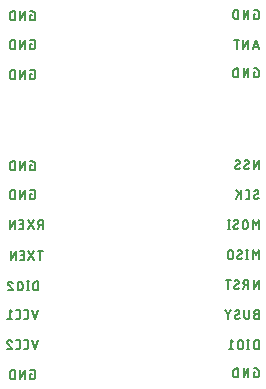
<source format=gbr>
G04 EAGLE Gerber RS-274X export*
G75*
%MOMM*%
%FSLAX34Y34*%
%LPD*%
%INSilkscreen Bottom*%
%IPPOS*%
%AMOC8*
5,1,8,0,0,1.08239X$1,22.5*%
G01*
%ADD10C,0.152400*%


D10*
X77101Y334165D02*
X75855Y334165D01*
X75855Y330012D01*
X78347Y330012D01*
X78426Y330014D01*
X78505Y330020D01*
X78583Y330029D01*
X78661Y330042D01*
X78739Y330059D01*
X78815Y330079D01*
X78890Y330103D01*
X78964Y330131D01*
X79037Y330162D01*
X79108Y330197D01*
X79178Y330235D01*
X79245Y330276D01*
X79310Y330320D01*
X79374Y330367D01*
X79435Y330418D01*
X79493Y330471D01*
X79549Y330527D01*
X79602Y330585D01*
X79653Y330646D01*
X79700Y330710D01*
X79744Y330775D01*
X79785Y330843D01*
X79823Y330912D01*
X79858Y330983D01*
X79889Y331056D01*
X79917Y331130D01*
X79941Y331205D01*
X79961Y331281D01*
X79978Y331359D01*
X79991Y331437D01*
X80000Y331515D01*
X80006Y331594D01*
X80008Y331673D01*
X80008Y335827D01*
X80006Y335906D01*
X80000Y335985D01*
X79991Y336063D01*
X79978Y336141D01*
X79961Y336219D01*
X79941Y336295D01*
X79917Y336370D01*
X79889Y336444D01*
X79858Y336517D01*
X79823Y336588D01*
X79785Y336658D01*
X79744Y336725D01*
X79700Y336790D01*
X79653Y336854D01*
X79602Y336915D01*
X79549Y336973D01*
X79493Y337029D01*
X79435Y337082D01*
X79374Y337133D01*
X79310Y337180D01*
X79245Y337224D01*
X79178Y337265D01*
X79108Y337303D01*
X79037Y337338D01*
X78964Y337369D01*
X78890Y337397D01*
X78815Y337421D01*
X78739Y337441D01*
X78661Y337458D01*
X78583Y337471D01*
X78505Y337480D01*
X78426Y337486D01*
X78347Y337488D01*
X75855Y337488D01*
X71368Y337488D02*
X71368Y330012D01*
X67215Y330012D02*
X71368Y337488D01*
X67215Y337488D02*
X67215Y330012D01*
X62728Y330012D02*
X62728Y337488D01*
X60651Y337488D01*
X60563Y337486D01*
X60475Y337481D01*
X60387Y337471D01*
X60300Y337458D01*
X60213Y337441D01*
X60128Y337421D01*
X60043Y337397D01*
X59959Y337369D01*
X59877Y337338D01*
X59795Y337304D01*
X59716Y337266D01*
X59638Y337224D01*
X59562Y337180D01*
X59488Y337132D01*
X59416Y337081D01*
X59346Y337027D01*
X59279Y336970D01*
X59214Y336911D01*
X59151Y336848D01*
X59092Y336783D01*
X59035Y336716D01*
X58981Y336646D01*
X58930Y336574D01*
X58882Y336500D01*
X58838Y336424D01*
X58796Y336346D01*
X58758Y336267D01*
X58724Y336185D01*
X58693Y336103D01*
X58665Y336019D01*
X58641Y335934D01*
X58621Y335849D01*
X58604Y335762D01*
X58591Y335675D01*
X58581Y335587D01*
X58576Y335499D01*
X58574Y335411D01*
X58575Y335411D02*
X58575Y332089D01*
X58574Y332089D02*
X58576Y332001D01*
X58581Y331913D01*
X58591Y331825D01*
X58604Y331738D01*
X58621Y331651D01*
X58641Y331566D01*
X58665Y331481D01*
X58693Y331397D01*
X58724Y331315D01*
X58758Y331233D01*
X58796Y331154D01*
X58838Y331076D01*
X58882Y331000D01*
X58930Y330926D01*
X58981Y330854D01*
X59035Y330784D01*
X59092Y330717D01*
X59151Y330652D01*
X59214Y330589D01*
X59279Y330530D01*
X59346Y330473D01*
X59416Y330419D01*
X59488Y330368D01*
X59562Y330320D01*
X59638Y330276D01*
X59716Y330234D01*
X59795Y330196D01*
X59877Y330162D01*
X59959Y330131D01*
X60043Y330103D01*
X60128Y330079D01*
X60213Y330059D01*
X60300Y330042D01*
X60387Y330029D01*
X60475Y330019D01*
X60563Y330014D01*
X60651Y330012D01*
X62728Y330012D01*
X75855Y310035D02*
X77101Y310035D01*
X75855Y310035D02*
X75855Y305882D01*
X78347Y305882D01*
X78426Y305884D01*
X78505Y305890D01*
X78583Y305899D01*
X78661Y305912D01*
X78739Y305929D01*
X78815Y305949D01*
X78890Y305973D01*
X78964Y306001D01*
X79037Y306032D01*
X79108Y306067D01*
X79178Y306105D01*
X79245Y306146D01*
X79310Y306190D01*
X79374Y306237D01*
X79435Y306288D01*
X79493Y306341D01*
X79549Y306397D01*
X79602Y306455D01*
X79653Y306516D01*
X79700Y306580D01*
X79744Y306645D01*
X79785Y306713D01*
X79823Y306782D01*
X79858Y306853D01*
X79889Y306926D01*
X79917Y307000D01*
X79941Y307075D01*
X79961Y307151D01*
X79978Y307229D01*
X79991Y307307D01*
X80000Y307385D01*
X80006Y307464D01*
X80008Y307543D01*
X80008Y311697D01*
X80006Y311776D01*
X80000Y311855D01*
X79991Y311933D01*
X79978Y312011D01*
X79961Y312089D01*
X79941Y312165D01*
X79917Y312240D01*
X79889Y312314D01*
X79858Y312387D01*
X79823Y312458D01*
X79785Y312528D01*
X79744Y312595D01*
X79700Y312660D01*
X79653Y312724D01*
X79602Y312785D01*
X79549Y312843D01*
X79493Y312899D01*
X79435Y312952D01*
X79374Y313003D01*
X79310Y313050D01*
X79245Y313094D01*
X79178Y313135D01*
X79108Y313173D01*
X79037Y313208D01*
X78964Y313239D01*
X78890Y313267D01*
X78815Y313291D01*
X78739Y313311D01*
X78661Y313328D01*
X78583Y313341D01*
X78505Y313350D01*
X78426Y313356D01*
X78347Y313358D01*
X75855Y313358D01*
X71368Y313358D02*
X71368Y305882D01*
X67215Y305882D02*
X71368Y313358D01*
X67215Y313358D02*
X67215Y305882D01*
X62728Y305882D02*
X62728Y313358D01*
X60651Y313358D01*
X60563Y313356D01*
X60475Y313351D01*
X60387Y313341D01*
X60300Y313328D01*
X60213Y313311D01*
X60128Y313291D01*
X60043Y313267D01*
X59959Y313239D01*
X59877Y313208D01*
X59795Y313174D01*
X59716Y313136D01*
X59638Y313094D01*
X59562Y313050D01*
X59488Y313002D01*
X59416Y312951D01*
X59346Y312897D01*
X59279Y312840D01*
X59214Y312781D01*
X59151Y312718D01*
X59092Y312653D01*
X59035Y312586D01*
X58981Y312516D01*
X58930Y312444D01*
X58882Y312370D01*
X58838Y312294D01*
X58796Y312216D01*
X58758Y312137D01*
X58724Y312055D01*
X58693Y311973D01*
X58665Y311889D01*
X58641Y311804D01*
X58621Y311719D01*
X58604Y311632D01*
X58591Y311545D01*
X58581Y311457D01*
X58576Y311369D01*
X58574Y311281D01*
X58575Y311281D02*
X58575Y307959D01*
X58574Y307959D02*
X58576Y307871D01*
X58581Y307783D01*
X58591Y307695D01*
X58604Y307608D01*
X58621Y307521D01*
X58641Y307436D01*
X58665Y307351D01*
X58693Y307267D01*
X58724Y307185D01*
X58758Y307103D01*
X58796Y307024D01*
X58838Y306946D01*
X58882Y306870D01*
X58930Y306796D01*
X58981Y306724D01*
X59035Y306654D01*
X59092Y306587D01*
X59151Y306522D01*
X59214Y306459D01*
X59279Y306400D01*
X59346Y306343D01*
X59416Y306289D01*
X59488Y306238D01*
X59562Y306190D01*
X59638Y306146D01*
X59716Y306104D01*
X59795Y306066D01*
X59877Y306032D01*
X59959Y306001D01*
X60043Y305973D01*
X60128Y305949D01*
X60213Y305929D01*
X60300Y305912D01*
X60387Y305899D01*
X60475Y305889D01*
X60563Y305884D01*
X60651Y305882D01*
X62728Y305882D01*
X75855Y284635D02*
X77101Y284635D01*
X75855Y284635D02*
X75855Y280482D01*
X78347Y280482D01*
X78426Y280484D01*
X78505Y280490D01*
X78583Y280499D01*
X78661Y280512D01*
X78739Y280529D01*
X78815Y280549D01*
X78890Y280573D01*
X78964Y280601D01*
X79037Y280632D01*
X79108Y280667D01*
X79178Y280705D01*
X79245Y280746D01*
X79310Y280790D01*
X79374Y280837D01*
X79435Y280888D01*
X79493Y280941D01*
X79549Y280997D01*
X79602Y281055D01*
X79653Y281116D01*
X79700Y281180D01*
X79744Y281245D01*
X79785Y281313D01*
X79823Y281382D01*
X79858Y281453D01*
X79889Y281526D01*
X79917Y281600D01*
X79941Y281675D01*
X79961Y281751D01*
X79978Y281829D01*
X79991Y281907D01*
X80000Y281985D01*
X80006Y282064D01*
X80008Y282143D01*
X80008Y286297D01*
X80006Y286376D01*
X80000Y286455D01*
X79991Y286533D01*
X79978Y286611D01*
X79961Y286689D01*
X79941Y286765D01*
X79917Y286840D01*
X79889Y286914D01*
X79858Y286987D01*
X79823Y287058D01*
X79785Y287128D01*
X79744Y287195D01*
X79700Y287260D01*
X79653Y287324D01*
X79602Y287385D01*
X79549Y287443D01*
X79493Y287499D01*
X79435Y287552D01*
X79374Y287603D01*
X79310Y287650D01*
X79245Y287694D01*
X79178Y287735D01*
X79108Y287773D01*
X79037Y287808D01*
X78964Y287839D01*
X78890Y287867D01*
X78815Y287891D01*
X78739Y287911D01*
X78661Y287928D01*
X78583Y287941D01*
X78505Y287950D01*
X78426Y287956D01*
X78347Y287958D01*
X75855Y287958D01*
X71368Y287958D02*
X71368Y280482D01*
X67215Y280482D02*
X71368Y287958D01*
X67215Y287958D02*
X67215Y280482D01*
X62728Y280482D02*
X62728Y287958D01*
X60651Y287958D01*
X60563Y287956D01*
X60475Y287951D01*
X60387Y287941D01*
X60300Y287928D01*
X60213Y287911D01*
X60128Y287891D01*
X60043Y287867D01*
X59959Y287839D01*
X59877Y287808D01*
X59795Y287774D01*
X59716Y287736D01*
X59638Y287694D01*
X59562Y287650D01*
X59488Y287602D01*
X59416Y287551D01*
X59346Y287497D01*
X59279Y287440D01*
X59214Y287381D01*
X59151Y287318D01*
X59092Y287253D01*
X59035Y287186D01*
X58981Y287116D01*
X58930Y287044D01*
X58882Y286970D01*
X58838Y286894D01*
X58796Y286816D01*
X58758Y286737D01*
X58724Y286655D01*
X58693Y286573D01*
X58665Y286489D01*
X58641Y286404D01*
X58621Y286319D01*
X58604Y286232D01*
X58591Y286145D01*
X58581Y286057D01*
X58576Y285969D01*
X58574Y285881D01*
X58575Y285881D02*
X58575Y282559D01*
X58574Y282559D02*
X58576Y282471D01*
X58581Y282383D01*
X58591Y282295D01*
X58604Y282208D01*
X58621Y282121D01*
X58641Y282036D01*
X58665Y281951D01*
X58693Y281867D01*
X58724Y281785D01*
X58758Y281703D01*
X58796Y281624D01*
X58838Y281546D01*
X58882Y281470D01*
X58930Y281396D01*
X58981Y281324D01*
X59035Y281254D01*
X59092Y281187D01*
X59151Y281122D01*
X59214Y281059D01*
X59279Y281000D01*
X59346Y280943D01*
X59416Y280889D01*
X59488Y280838D01*
X59562Y280790D01*
X59638Y280746D01*
X59716Y280704D01*
X59795Y280666D01*
X59877Y280632D01*
X59959Y280601D01*
X60043Y280573D01*
X60128Y280549D01*
X60213Y280529D01*
X60300Y280512D01*
X60387Y280499D01*
X60475Y280489D01*
X60563Y280484D01*
X60651Y280482D01*
X62728Y280482D01*
X75855Y207165D02*
X77101Y207165D01*
X75855Y207165D02*
X75855Y203012D01*
X78347Y203012D01*
X78426Y203014D01*
X78505Y203020D01*
X78583Y203029D01*
X78661Y203042D01*
X78739Y203059D01*
X78815Y203079D01*
X78890Y203103D01*
X78964Y203131D01*
X79037Y203162D01*
X79108Y203197D01*
X79178Y203235D01*
X79245Y203276D01*
X79310Y203320D01*
X79374Y203367D01*
X79435Y203418D01*
X79493Y203471D01*
X79549Y203527D01*
X79602Y203585D01*
X79653Y203646D01*
X79700Y203710D01*
X79744Y203775D01*
X79785Y203843D01*
X79823Y203912D01*
X79858Y203983D01*
X79889Y204056D01*
X79917Y204130D01*
X79941Y204205D01*
X79961Y204281D01*
X79978Y204359D01*
X79991Y204437D01*
X80000Y204515D01*
X80006Y204594D01*
X80008Y204673D01*
X80008Y208827D01*
X80006Y208906D01*
X80000Y208985D01*
X79991Y209063D01*
X79978Y209141D01*
X79961Y209219D01*
X79941Y209295D01*
X79917Y209370D01*
X79889Y209444D01*
X79858Y209517D01*
X79823Y209588D01*
X79785Y209658D01*
X79744Y209725D01*
X79700Y209790D01*
X79653Y209854D01*
X79602Y209915D01*
X79549Y209973D01*
X79493Y210029D01*
X79435Y210082D01*
X79374Y210133D01*
X79310Y210180D01*
X79245Y210224D01*
X79178Y210265D01*
X79108Y210303D01*
X79037Y210338D01*
X78964Y210369D01*
X78890Y210397D01*
X78815Y210421D01*
X78739Y210441D01*
X78661Y210458D01*
X78583Y210471D01*
X78505Y210480D01*
X78426Y210486D01*
X78347Y210488D01*
X75855Y210488D01*
X71368Y210488D02*
X71368Y203012D01*
X67215Y203012D02*
X71368Y210488D01*
X67215Y210488D02*
X67215Y203012D01*
X62728Y203012D02*
X62728Y210488D01*
X60651Y210488D01*
X60563Y210486D01*
X60475Y210481D01*
X60387Y210471D01*
X60300Y210458D01*
X60213Y210441D01*
X60128Y210421D01*
X60043Y210397D01*
X59959Y210369D01*
X59877Y210338D01*
X59795Y210304D01*
X59716Y210266D01*
X59638Y210224D01*
X59562Y210180D01*
X59488Y210132D01*
X59416Y210081D01*
X59346Y210027D01*
X59279Y209970D01*
X59214Y209911D01*
X59151Y209848D01*
X59092Y209783D01*
X59035Y209716D01*
X58981Y209646D01*
X58930Y209574D01*
X58882Y209500D01*
X58838Y209424D01*
X58796Y209346D01*
X58758Y209267D01*
X58724Y209185D01*
X58693Y209103D01*
X58665Y209019D01*
X58641Y208934D01*
X58621Y208849D01*
X58604Y208762D01*
X58591Y208675D01*
X58581Y208587D01*
X58576Y208499D01*
X58574Y208411D01*
X58575Y208411D02*
X58575Y205089D01*
X58574Y205089D02*
X58576Y205001D01*
X58581Y204913D01*
X58591Y204825D01*
X58604Y204738D01*
X58621Y204651D01*
X58641Y204566D01*
X58665Y204481D01*
X58693Y204397D01*
X58724Y204315D01*
X58758Y204233D01*
X58796Y204154D01*
X58838Y204076D01*
X58882Y204000D01*
X58930Y203926D01*
X58981Y203854D01*
X59035Y203784D01*
X59092Y203717D01*
X59151Y203652D01*
X59214Y203589D01*
X59279Y203530D01*
X59346Y203473D01*
X59416Y203419D01*
X59488Y203368D01*
X59562Y203320D01*
X59638Y203276D01*
X59716Y203234D01*
X59795Y203196D01*
X59877Y203162D01*
X59959Y203131D01*
X60043Y203103D01*
X60128Y203079D01*
X60213Y203059D01*
X60300Y203042D01*
X60387Y203029D01*
X60475Y203019D01*
X60563Y203014D01*
X60651Y203012D01*
X62728Y203012D01*
X75855Y183035D02*
X77101Y183035D01*
X75855Y183035D02*
X75855Y178882D01*
X78347Y178882D01*
X78426Y178884D01*
X78505Y178890D01*
X78583Y178899D01*
X78661Y178912D01*
X78739Y178929D01*
X78815Y178949D01*
X78890Y178973D01*
X78964Y179001D01*
X79037Y179032D01*
X79108Y179067D01*
X79178Y179105D01*
X79245Y179146D01*
X79310Y179190D01*
X79374Y179237D01*
X79435Y179288D01*
X79493Y179341D01*
X79549Y179397D01*
X79602Y179455D01*
X79653Y179516D01*
X79700Y179580D01*
X79744Y179645D01*
X79785Y179713D01*
X79823Y179782D01*
X79858Y179853D01*
X79889Y179926D01*
X79917Y180000D01*
X79941Y180075D01*
X79961Y180151D01*
X79978Y180229D01*
X79991Y180307D01*
X80000Y180385D01*
X80006Y180464D01*
X80008Y180543D01*
X80008Y184697D01*
X80006Y184776D01*
X80000Y184855D01*
X79991Y184933D01*
X79978Y185011D01*
X79961Y185089D01*
X79941Y185165D01*
X79917Y185240D01*
X79889Y185314D01*
X79858Y185387D01*
X79823Y185458D01*
X79785Y185528D01*
X79744Y185595D01*
X79700Y185660D01*
X79653Y185724D01*
X79602Y185785D01*
X79549Y185843D01*
X79493Y185899D01*
X79435Y185952D01*
X79374Y186003D01*
X79310Y186050D01*
X79245Y186094D01*
X79178Y186135D01*
X79108Y186173D01*
X79037Y186208D01*
X78964Y186239D01*
X78890Y186267D01*
X78815Y186291D01*
X78739Y186311D01*
X78661Y186328D01*
X78583Y186341D01*
X78505Y186350D01*
X78426Y186356D01*
X78347Y186358D01*
X75855Y186358D01*
X71368Y186358D02*
X71368Y178882D01*
X67215Y178882D02*
X71368Y186358D01*
X67215Y186358D02*
X67215Y178882D01*
X62728Y178882D02*
X62728Y186358D01*
X60651Y186358D01*
X60563Y186356D01*
X60475Y186351D01*
X60387Y186341D01*
X60300Y186328D01*
X60213Y186311D01*
X60128Y186291D01*
X60043Y186267D01*
X59959Y186239D01*
X59877Y186208D01*
X59795Y186174D01*
X59716Y186136D01*
X59638Y186094D01*
X59562Y186050D01*
X59488Y186002D01*
X59416Y185951D01*
X59346Y185897D01*
X59279Y185840D01*
X59214Y185781D01*
X59151Y185718D01*
X59092Y185653D01*
X59035Y185586D01*
X58981Y185516D01*
X58930Y185444D01*
X58882Y185370D01*
X58838Y185294D01*
X58796Y185216D01*
X58758Y185137D01*
X58724Y185055D01*
X58693Y184973D01*
X58665Y184889D01*
X58641Y184804D01*
X58621Y184719D01*
X58604Y184632D01*
X58591Y184545D01*
X58581Y184457D01*
X58576Y184369D01*
X58574Y184281D01*
X58575Y184281D02*
X58575Y180959D01*
X58574Y180959D02*
X58576Y180871D01*
X58581Y180783D01*
X58591Y180695D01*
X58604Y180608D01*
X58621Y180521D01*
X58641Y180436D01*
X58665Y180351D01*
X58693Y180267D01*
X58724Y180185D01*
X58758Y180103D01*
X58796Y180024D01*
X58838Y179946D01*
X58882Y179870D01*
X58930Y179796D01*
X58981Y179724D01*
X59035Y179654D01*
X59092Y179587D01*
X59151Y179522D01*
X59214Y179459D01*
X59279Y179400D01*
X59346Y179343D01*
X59416Y179289D01*
X59488Y179238D01*
X59562Y179190D01*
X59638Y179146D01*
X59716Y179104D01*
X59795Y179066D01*
X59877Y179032D01*
X59959Y179001D01*
X60043Y178973D01*
X60128Y178949D01*
X60213Y178929D01*
X60300Y178912D01*
X60387Y178899D01*
X60475Y178889D01*
X60563Y178884D01*
X60651Y178882D01*
X62728Y178882D01*
X86358Y160958D02*
X86358Y153482D01*
X86358Y160958D02*
X84281Y160958D01*
X84192Y160956D01*
X84102Y160950D01*
X84014Y160941D01*
X83925Y160927D01*
X83838Y160910D01*
X83751Y160889D01*
X83665Y160864D01*
X83580Y160836D01*
X83497Y160804D01*
X83414Y160769D01*
X83334Y160730D01*
X83255Y160687D01*
X83179Y160641D01*
X83104Y160592D01*
X83031Y160540D01*
X82961Y160485D01*
X82893Y160427D01*
X82828Y160365D01*
X82766Y160302D01*
X82706Y160235D01*
X82649Y160166D01*
X82595Y160095D01*
X82545Y160021D01*
X82497Y159945D01*
X82453Y159867D01*
X82412Y159788D01*
X82375Y159707D01*
X82341Y159624D01*
X82311Y159540D01*
X82285Y159454D01*
X82262Y159368D01*
X82243Y159281D01*
X82228Y159193D01*
X82216Y159104D01*
X82208Y159015D01*
X82204Y158926D01*
X82204Y158836D01*
X82208Y158747D01*
X82216Y158658D01*
X82228Y158569D01*
X82243Y158481D01*
X82262Y158394D01*
X82285Y158308D01*
X82311Y158222D01*
X82341Y158138D01*
X82375Y158055D01*
X82412Y157974D01*
X82453Y157895D01*
X82497Y157817D01*
X82545Y157741D01*
X82595Y157667D01*
X82649Y157596D01*
X82706Y157527D01*
X82766Y157460D01*
X82828Y157397D01*
X82893Y157335D01*
X82961Y157277D01*
X83031Y157222D01*
X83104Y157170D01*
X83179Y157121D01*
X83255Y157075D01*
X83334Y157032D01*
X83414Y156993D01*
X83497Y156958D01*
X83580Y156926D01*
X83665Y156898D01*
X83751Y156873D01*
X83838Y156852D01*
X83925Y156835D01*
X84014Y156821D01*
X84102Y156812D01*
X84192Y156806D01*
X84281Y156804D01*
X84281Y156805D02*
X86358Y156805D01*
X83866Y156805D02*
X82205Y153482D01*
X78755Y153482D02*
X73771Y160958D01*
X78755Y160958D02*
X73771Y153482D01*
X69944Y153482D02*
X66622Y153482D01*
X69944Y153482D02*
X69944Y160958D01*
X66622Y160958D01*
X67452Y157635D02*
X69944Y157635D01*
X62949Y160958D02*
X62949Y153482D01*
X58796Y153482D02*
X62949Y160958D01*
X58796Y160958D02*
X58796Y153482D01*
X84281Y134288D02*
X84281Y126812D01*
X82205Y134288D02*
X86358Y134288D01*
X79213Y126812D02*
X74229Y134288D01*
X79213Y134288D02*
X74229Y126812D01*
X70403Y126812D02*
X67080Y126812D01*
X70403Y126812D02*
X70403Y134288D01*
X67080Y134288D01*
X67911Y130965D02*
X70403Y130965D01*
X63408Y134288D02*
X63408Y126812D01*
X59255Y126812D02*
X63408Y134288D01*
X59255Y134288D02*
X59255Y126812D01*
X82548Y108888D02*
X82548Y101412D01*
X82548Y108888D02*
X80471Y108888D01*
X80383Y108886D01*
X80295Y108881D01*
X80207Y108871D01*
X80120Y108858D01*
X80033Y108841D01*
X79948Y108821D01*
X79863Y108797D01*
X79779Y108769D01*
X79697Y108738D01*
X79615Y108704D01*
X79536Y108666D01*
X79458Y108624D01*
X79382Y108580D01*
X79308Y108532D01*
X79236Y108481D01*
X79166Y108427D01*
X79099Y108370D01*
X79034Y108311D01*
X78971Y108248D01*
X78912Y108183D01*
X78855Y108116D01*
X78801Y108046D01*
X78750Y107974D01*
X78702Y107900D01*
X78658Y107824D01*
X78616Y107746D01*
X78578Y107667D01*
X78544Y107585D01*
X78513Y107503D01*
X78485Y107419D01*
X78461Y107334D01*
X78441Y107249D01*
X78424Y107162D01*
X78411Y107075D01*
X78401Y106987D01*
X78396Y106899D01*
X78394Y106811D01*
X78395Y106811D02*
X78395Y103489D01*
X78394Y103489D02*
X78396Y103401D01*
X78401Y103313D01*
X78411Y103225D01*
X78424Y103138D01*
X78441Y103051D01*
X78461Y102966D01*
X78485Y102881D01*
X78513Y102797D01*
X78544Y102715D01*
X78578Y102633D01*
X78616Y102554D01*
X78658Y102476D01*
X78702Y102400D01*
X78750Y102326D01*
X78801Y102254D01*
X78855Y102184D01*
X78912Y102117D01*
X78971Y102052D01*
X79034Y101989D01*
X79099Y101930D01*
X79166Y101873D01*
X79236Y101819D01*
X79308Y101768D01*
X79382Y101720D01*
X79458Y101676D01*
X79536Y101634D01*
X79615Y101596D01*
X79697Y101562D01*
X79779Y101531D01*
X79863Y101503D01*
X79948Y101479D01*
X80033Y101459D01*
X80120Y101442D01*
X80207Y101429D01*
X80295Y101419D01*
X80383Y101414D01*
X80471Y101412D01*
X82548Y101412D01*
X73721Y101412D02*
X73721Y108888D01*
X72891Y101412D02*
X74552Y101412D01*
X74552Y108888D02*
X72891Y108888D01*
X69318Y106811D02*
X69318Y103489D01*
X69318Y106811D02*
X69316Y106900D01*
X69310Y106990D01*
X69301Y107078D01*
X69287Y107167D01*
X69270Y107254D01*
X69249Y107341D01*
X69224Y107427D01*
X69196Y107512D01*
X69164Y107595D01*
X69129Y107678D01*
X69090Y107758D01*
X69047Y107837D01*
X69001Y107913D01*
X68952Y107988D01*
X68900Y108061D01*
X68845Y108131D01*
X68787Y108199D01*
X68725Y108264D01*
X68662Y108326D01*
X68595Y108386D01*
X68526Y108443D01*
X68455Y108497D01*
X68381Y108547D01*
X68305Y108595D01*
X68227Y108639D01*
X68148Y108680D01*
X68067Y108717D01*
X67984Y108751D01*
X67900Y108781D01*
X67814Y108807D01*
X67728Y108830D01*
X67641Y108849D01*
X67553Y108864D01*
X67464Y108876D01*
X67375Y108884D01*
X67286Y108888D01*
X67196Y108888D01*
X67107Y108884D01*
X67018Y108876D01*
X66929Y108864D01*
X66841Y108849D01*
X66754Y108830D01*
X66668Y108807D01*
X66582Y108781D01*
X66498Y108751D01*
X66415Y108717D01*
X66334Y108680D01*
X66255Y108639D01*
X66177Y108595D01*
X66101Y108547D01*
X66027Y108497D01*
X65956Y108443D01*
X65887Y108386D01*
X65820Y108326D01*
X65757Y108264D01*
X65695Y108199D01*
X65637Y108131D01*
X65582Y108061D01*
X65530Y107988D01*
X65481Y107913D01*
X65435Y107837D01*
X65392Y107758D01*
X65353Y107678D01*
X65318Y107595D01*
X65286Y107512D01*
X65258Y107427D01*
X65233Y107341D01*
X65212Y107254D01*
X65195Y107167D01*
X65181Y107078D01*
X65172Y106990D01*
X65166Y106900D01*
X65164Y106811D01*
X65165Y106811D02*
X65165Y103489D01*
X65164Y103489D02*
X65166Y103400D01*
X65172Y103310D01*
X65181Y103222D01*
X65195Y103133D01*
X65212Y103046D01*
X65233Y102959D01*
X65258Y102873D01*
X65286Y102788D01*
X65318Y102705D01*
X65353Y102622D01*
X65392Y102542D01*
X65435Y102463D01*
X65481Y102387D01*
X65530Y102312D01*
X65582Y102239D01*
X65637Y102169D01*
X65695Y102101D01*
X65757Y102036D01*
X65820Y101974D01*
X65887Y101914D01*
X65956Y101857D01*
X66027Y101803D01*
X66101Y101753D01*
X66177Y101705D01*
X66255Y101661D01*
X66334Y101620D01*
X66415Y101583D01*
X66498Y101549D01*
X66582Y101519D01*
X66668Y101493D01*
X66754Y101470D01*
X66841Y101451D01*
X66929Y101436D01*
X67018Y101424D01*
X67107Y101416D01*
X67196Y101412D01*
X67286Y101412D01*
X67375Y101416D01*
X67464Y101424D01*
X67553Y101436D01*
X67641Y101451D01*
X67728Y101470D01*
X67814Y101493D01*
X67900Y101519D01*
X67984Y101549D01*
X68067Y101583D01*
X68148Y101620D01*
X68227Y101661D01*
X68305Y101705D01*
X68381Y101753D01*
X68455Y101803D01*
X68526Y101857D01*
X68595Y101914D01*
X68662Y101974D01*
X68725Y102036D01*
X68787Y102101D01*
X68845Y102169D01*
X68900Y102239D01*
X68952Y102312D01*
X69001Y102387D01*
X69047Y102463D01*
X69090Y102542D01*
X69129Y102622D01*
X69164Y102705D01*
X69196Y102788D01*
X69224Y102873D01*
X69249Y102959D01*
X69270Y103046D01*
X69287Y103133D01*
X69301Y103222D01*
X69310Y103310D01*
X69316Y103400D01*
X69318Y103489D01*
X58934Y108888D02*
X58850Y108886D01*
X58766Y108880D01*
X58683Y108871D01*
X58600Y108858D01*
X58518Y108841D01*
X58437Y108821D01*
X58356Y108797D01*
X58277Y108769D01*
X58199Y108738D01*
X58123Y108703D01*
X58048Y108665D01*
X57975Y108623D01*
X57904Y108579D01*
X57835Y108531D01*
X57769Y108480D01*
X57704Y108426D01*
X57642Y108370D01*
X57583Y108311D01*
X57527Y108249D01*
X57473Y108184D01*
X57422Y108118D01*
X57374Y108049D01*
X57330Y107978D01*
X57288Y107905D01*
X57250Y107830D01*
X57215Y107754D01*
X57184Y107676D01*
X57156Y107597D01*
X57132Y107516D01*
X57112Y107435D01*
X57095Y107353D01*
X57082Y107270D01*
X57073Y107187D01*
X57067Y107103D01*
X57065Y107019D01*
X58934Y108888D02*
X59031Y108886D01*
X59129Y108880D01*
X59225Y108870D01*
X59322Y108856D01*
X59418Y108839D01*
X59513Y108817D01*
X59607Y108792D01*
X59700Y108763D01*
X59791Y108730D01*
X59882Y108693D01*
X59970Y108653D01*
X60057Y108609D01*
X60142Y108562D01*
X60226Y108511D01*
X60307Y108457D01*
X60385Y108400D01*
X60462Y108339D01*
X60536Y108276D01*
X60607Y108209D01*
X60675Y108140D01*
X60741Y108068D01*
X60804Y107994D01*
X60863Y107917D01*
X60919Y107837D01*
X60973Y107755D01*
X61022Y107672D01*
X61069Y107586D01*
X61111Y107499D01*
X61151Y107409D01*
X61186Y107319D01*
X61218Y107227D01*
X57687Y105565D02*
X57626Y105625D01*
X57568Y105688D01*
X57513Y105753D01*
X57461Y105821D01*
X57411Y105891D01*
X57364Y105963D01*
X57321Y106036D01*
X57281Y106112D01*
X57244Y106189D01*
X57210Y106268D01*
X57180Y106348D01*
X57153Y106429D01*
X57129Y106511D01*
X57109Y106594D01*
X57093Y106678D01*
X57080Y106763D01*
X57071Y106848D01*
X57066Y106933D01*
X57064Y107019D01*
X57688Y105565D02*
X61218Y101412D01*
X57065Y101412D01*
X82548Y84758D02*
X80056Y77282D01*
X77564Y84758D01*
X72408Y77282D02*
X70747Y77282D01*
X72408Y77282D02*
X72487Y77284D01*
X72566Y77290D01*
X72644Y77299D01*
X72722Y77312D01*
X72800Y77329D01*
X72876Y77349D01*
X72951Y77373D01*
X73025Y77401D01*
X73098Y77432D01*
X73169Y77467D01*
X73239Y77505D01*
X73306Y77546D01*
X73371Y77590D01*
X73435Y77637D01*
X73496Y77688D01*
X73554Y77741D01*
X73610Y77797D01*
X73663Y77855D01*
X73714Y77916D01*
X73761Y77980D01*
X73805Y78045D01*
X73846Y78113D01*
X73884Y78182D01*
X73919Y78253D01*
X73950Y78326D01*
X73978Y78400D01*
X74002Y78475D01*
X74022Y78551D01*
X74039Y78629D01*
X74052Y78707D01*
X74061Y78785D01*
X74067Y78864D01*
X74069Y78943D01*
X74069Y83097D01*
X74067Y83176D01*
X74061Y83255D01*
X74052Y83333D01*
X74039Y83411D01*
X74022Y83489D01*
X74002Y83565D01*
X73978Y83640D01*
X73950Y83714D01*
X73919Y83787D01*
X73884Y83858D01*
X73846Y83928D01*
X73805Y83995D01*
X73761Y84060D01*
X73714Y84124D01*
X73663Y84185D01*
X73610Y84243D01*
X73554Y84299D01*
X73496Y84352D01*
X73435Y84403D01*
X73371Y84450D01*
X73306Y84494D01*
X73239Y84535D01*
X73169Y84573D01*
X73098Y84608D01*
X73025Y84639D01*
X72951Y84667D01*
X72876Y84691D01*
X72800Y84711D01*
X72722Y84728D01*
X72644Y84741D01*
X72566Y84750D01*
X72487Y84756D01*
X72408Y84758D01*
X70747Y84758D01*
X65658Y77282D02*
X63997Y77282D01*
X65658Y77282D02*
X65737Y77284D01*
X65816Y77290D01*
X65894Y77299D01*
X65972Y77312D01*
X66050Y77329D01*
X66126Y77349D01*
X66201Y77373D01*
X66275Y77401D01*
X66348Y77432D01*
X66419Y77467D01*
X66489Y77505D01*
X66556Y77546D01*
X66621Y77590D01*
X66685Y77637D01*
X66746Y77688D01*
X66804Y77741D01*
X66860Y77797D01*
X66913Y77855D01*
X66964Y77916D01*
X67011Y77980D01*
X67055Y78045D01*
X67096Y78113D01*
X67134Y78182D01*
X67169Y78253D01*
X67200Y78326D01*
X67228Y78400D01*
X67252Y78475D01*
X67272Y78551D01*
X67289Y78629D01*
X67302Y78707D01*
X67311Y78785D01*
X67317Y78864D01*
X67319Y78943D01*
X67319Y83097D01*
X67317Y83176D01*
X67311Y83255D01*
X67302Y83333D01*
X67289Y83411D01*
X67272Y83489D01*
X67252Y83565D01*
X67228Y83640D01*
X67200Y83714D01*
X67169Y83787D01*
X67134Y83858D01*
X67096Y83928D01*
X67055Y83995D01*
X67011Y84060D01*
X66964Y84124D01*
X66913Y84185D01*
X66860Y84243D01*
X66804Y84299D01*
X66746Y84352D01*
X66685Y84403D01*
X66621Y84450D01*
X66556Y84494D01*
X66489Y84535D01*
X66419Y84573D01*
X66348Y84608D01*
X66275Y84639D01*
X66201Y84667D01*
X66126Y84691D01*
X66050Y84711D01*
X65972Y84728D01*
X65894Y84741D01*
X65816Y84750D01*
X65737Y84756D01*
X65658Y84758D01*
X63997Y84758D01*
X60533Y83097D02*
X58456Y84758D01*
X58456Y77282D01*
X60533Y77282D02*
X56379Y77282D01*
X82548Y59358D02*
X80056Y51882D01*
X77564Y59358D01*
X72408Y51882D02*
X70747Y51882D01*
X72408Y51882D02*
X72487Y51884D01*
X72566Y51890D01*
X72644Y51899D01*
X72722Y51912D01*
X72800Y51929D01*
X72876Y51949D01*
X72951Y51973D01*
X73025Y52001D01*
X73098Y52032D01*
X73169Y52067D01*
X73239Y52105D01*
X73306Y52146D01*
X73371Y52190D01*
X73435Y52237D01*
X73496Y52288D01*
X73554Y52341D01*
X73610Y52397D01*
X73663Y52455D01*
X73714Y52516D01*
X73761Y52580D01*
X73805Y52645D01*
X73846Y52713D01*
X73884Y52782D01*
X73919Y52853D01*
X73950Y52926D01*
X73978Y53000D01*
X74002Y53075D01*
X74022Y53151D01*
X74039Y53229D01*
X74052Y53307D01*
X74061Y53385D01*
X74067Y53464D01*
X74069Y53543D01*
X74069Y57697D01*
X74067Y57776D01*
X74061Y57855D01*
X74052Y57933D01*
X74039Y58011D01*
X74022Y58089D01*
X74002Y58165D01*
X73978Y58240D01*
X73950Y58314D01*
X73919Y58387D01*
X73884Y58458D01*
X73846Y58528D01*
X73805Y58595D01*
X73761Y58660D01*
X73714Y58724D01*
X73663Y58785D01*
X73610Y58843D01*
X73554Y58899D01*
X73496Y58952D01*
X73435Y59003D01*
X73371Y59050D01*
X73306Y59094D01*
X73239Y59135D01*
X73169Y59173D01*
X73098Y59208D01*
X73025Y59239D01*
X72951Y59267D01*
X72876Y59291D01*
X72800Y59311D01*
X72722Y59328D01*
X72644Y59341D01*
X72566Y59350D01*
X72487Y59356D01*
X72408Y59358D01*
X70747Y59358D01*
X65658Y51882D02*
X63997Y51882D01*
X65658Y51882D02*
X65737Y51884D01*
X65816Y51890D01*
X65894Y51899D01*
X65972Y51912D01*
X66050Y51929D01*
X66126Y51949D01*
X66201Y51973D01*
X66275Y52001D01*
X66348Y52032D01*
X66419Y52067D01*
X66489Y52105D01*
X66556Y52146D01*
X66621Y52190D01*
X66685Y52237D01*
X66746Y52288D01*
X66804Y52341D01*
X66860Y52397D01*
X66913Y52455D01*
X66964Y52516D01*
X67011Y52580D01*
X67055Y52645D01*
X67096Y52713D01*
X67134Y52782D01*
X67169Y52853D01*
X67200Y52926D01*
X67228Y53000D01*
X67252Y53075D01*
X67272Y53151D01*
X67289Y53229D01*
X67302Y53307D01*
X67311Y53385D01*
X67317Y53464D01*
X67319Y53543D01*
X67319Y57697D01*
X67317Y57776D01*
X67311Y57855D01*
X67302Y57933D01*
X67289Y58011D01*
X67272Y58089D01*
X67252Y58165D01*
X67228Y58240D01*
X67200Y58314D01*
X67169Y58387D01*
X67134Y58458D01*
X67096Y58528D01*
X67055Y58595D01*
X67011Y58660D01*
X66964Y58724D01*
X66913Y58785D01*
X66860Y58843D01*
X66804Y58899D01*
X66746Y58952D01*
X66685Y59003D01*
X66621Y59050D01*
X66556Y59094D01*
X66489Y59135D01*
X66419Y59173D01*
X66348Y59208D01*
X66275Y59239D01*
X66201Y59267D01*
X66126Y59291D01*
X66050Y59311D01*
X65972Y59328D01*
X65894Y59341D01*
X65816Y59350D01*
X65737Y59356D01*
X65658Y59358D01*
X63997Y59358D01*
X58248Y59358D02*
X58164Y59356D01*
X58080Y59350D01*
X57997Y59341D01*
X57914Y59328D01*
X57832Y59311D01*
X57751Y59291D01*
X57670Y59267D01*
X57591Y59239D01*
X57513Y59208D01*
X57437Y59173D01*
X57362Y59135D01*
X57289Y59093D01*
X57218Y59049D01*
X57149Y59001D01*
X57083Y58950D01*
X57018Y58896D01*
X56956Y58840D01*
X56897Y58781D01*
X56841Y58719D01*
X56787Y58654D01*
X56736Y58588D01*
X56688Y58519D01*
X56644Y58448D01*
X56602Y58375D01*
X56564Y58300D01*
X56529Y58224D01*
X56498Y58146D01*
X56470Y58067D01*
X56446Y57986D01*
X56426Y57905D01*
X56409Y57823D01*
X56396Y57740D01*
X56387Y57657D01*
X56381Y57573D01*
X56379Y57489D01*
X58248Y59358D02*
X58345Y59356D01*
X58443Y59350D01*
X58539Y59340D01*
X58636Y59326D01*
X58732Y59309D01*
X58827Y59287D01*
X58921Y59262D01*
X59014Y59233D01*
X59105Y59200D01*
X59196Y59163D01*
X59284Y59123D01*
X59371Y59079D01*
X59456Y59032D01*
X59540Y58981D01*
X59621Y58927D01*
X59699Y58870D01*
X59776Y58809D01*
X59850Y58746D01*
X59921Y58679D01*
X59989Y58610D01*
X60055Y58538D01*
X60118Y58464D01*
X60177Y58387D01*
X60233Y58307D01*
X60287Y58225D01*
X60336Y58142D01*
X60383Y58056D01*
X60425Y57969D01*
X60465Y57879D01*
X60500Y57789D01*
X60532Y57697D01*
X57002Y56035D02*
X56941Y56095D01*
X56883Y56158D01*
X56828Y56223D01*
X56776Y56291D01*
X56726Y56361D01*
X56679Y56433D01*
X56636Y56506D01*
X56596Y56582D01*
X56559Y56659D01*
X56525Y56738D01*
X56495Y56818D01*
X56468Y56899D01*
X56444Y56981D01*
X56424Y57064D01*
X56408Y57148D01*
X56395Y57233D01*
X56386Y57318D01*
X56381Y57403D01*
X56379Y57489D01*
X57002Y56035D02*
X60533Y51882D01*
X56379Y51882D01*
X75855Y30635D02*
X77101Y30635D01*
X75855Y30635D02*
X75855Y26482D01*
X78347Y26482D01*
X78426Y26484D01*
X78505Y26490D01*
X78583Y26499D01*
X78661Y26512D01*
X78739Y26529D01*
X78815Y26549D01*
X78890Y26573D01*
X78964Y26601D01*
X79037Y26632D01*
X79108Y26667D01*
X79178Y26705D01*
X79245Y26746D01*
X79310Y26790D01*
X79374Y26837D01*
X79435Y26888D01*
X79493Y26941D01*
X79549Y26997D01*
X79602Y27055D01*
X79653Y27116D01*
X79700Y27180D01*
X79744Y27245D01*
X79785Y27313D01*
X79823Y27382D01*
X79858Y27453D01*
X79889Y27526D01*
X79917Y27600D01*
X79941Y27675D01*
X79961Y27751D01*
X79978Y27829D01*
X79991Y27907D01*
X80000Y27985D01*
X80006Y28064D01*
X80008Y28143D01*
X80008Y32297D01*
X80006Y32376D01*
X80000Y32455D01*
X79991Y32533D01*
X79978Y32611D01*
X79961Y32689D01*
X79941Y32765D01*
X79917Y32840D01*
X79889Y32914D01*
X79858Y32987D01*
X79823Y33058D01*
X79785Y33128D01*
X79744Y33195D01*
X79700Y33260D01*
X79653Y33324D01*
X79602Y33385D01*
X79549Y33443D01*
X79493Y33499D01*
X79435Y33552D01*
X79374Y33603D01*
X79310Y33650D01*
X79245Y33694D01*
X79178Y33735D01*
X79108Y33773D01*
X79037Y33808D01*
X78964Y33839D01*
X78890Y33867D01*
X78815Y33891D01*
X78739Y33911D01*
X78661Y33928D01*
X78583Y33941D01*
X78505Y33950D01*
X78426Y33956D01*
X78347Y33958D01*
X75855Y33958D01*
X71368Y33958D02*
X71368Y26482D01*
X67215Y26482D02*
X71368Y33958D01*
X67215Y33958D02*
X67215Y26482D01*
X62728Y26482D02*
X62728Y33958D01*
X60651Y33958D01*
X60563Y33956D01*
X60475Y33951D01*
X60387Y33941D01*
X60300Y33928D01*
X60213Y33911D01*
X60128Y33891D01*
X60043Y33867D01*
X59959Y33839D01*
X59877Y33808D01*
X59795Y33774D01*
X59716Y33736D01*
X59638Y33694D01*
X59562Y33650D01*
X59488Y33602D01*
X59416Y33551D01*
X59346Y33497D01*
X59279Y33440D01*
X59214Y33381D01*
X59151Y33318D01*
X59092Y33253D01*
X59035Y33186D01*
X58981Y33116D01*
X58930Y33044D01*
X58882Y32970D01*
X58838Y32894D01*
X58796Y32816D01*
X58758Y32737D01*
X58724Y32655D01*
X58693Y32573D01*
X58665Y32489D01*
X58641Y32404D01*
X58621Y32319D01*
X58604Y32232D01*
X58591Y32145D01*
X58581Y32057D01*
X58576Y31969D01*
X58574Y31881D01*
X58575Y31881D02*
X58575Y28559D01*
X58574Y28559D02*
X58576Y28471D01*
X58581Y28383D01*
X58591Y28295D01*
X58604Y28208D01*
X58621Y28121D01*
X58641Y28036D01*
X58665Y27951D01*
X58693Y27867D01*
X58724Y27785D01*
X58758Y27703D01*
X58796Y27624D01*
X58838Y27546D01*
X58882Y27470D01*
X58930Y27396D01*
X58981Y27324D01*
X59035Y27254D01*
X59092Y27187D01*
X59151Y27122D01*
X59214Y27059D01*
X59279Y27000D01*
X59346Y26943D01*
X59416Y26889D01*
X59488Y26838D01*
X59562Y26790D01*
X59638Y26746D01*
X59716Y26704D01*
X59795Y26666D01*
X59877Y26632D01*
X59959Y26601D01*
X60043Y26573D01*
X60128Y26549D01*
X60213Y26529D01*
X60300Y26512D01*
X60387Y26499D01*
X60475Y26489D01*
X60563Y26484D01*
X60651Y26482D01*
X62728Y26482D01*
X265085Y335435D02*
X266331Y335435D01*
X265085Y335435D02*
X265085Y331282D01*
X267577Y331282D01*
X267656Y331284D01*
X267735Y331290D01*
X267813Y331299D01*
X267891Y331312D01*
X267969Y331329D01*
X268045Y331349D01*
X268120Y331373D01*
X268194Y331401D01*
X268267Y331432D01*
X268338Y331467D01*
X268408Y331505D01*
X268475Y331546D01*
X268540Y331590D01*
X268604Y331637D01*
X268665Y331688D01*
X268723Y331741D01*
X268779Y331797D01*
X268832Y331855D01*
X268883Y331916D01*
X268930Y331980D01*
X268974Y332045D01*
X269015Y332113D01*
X269053Y332182D01*
X269088Y332253D01*
X269119Y332326D01*
X269147Y332400D01*
X269171Y332475D01*
X269191Y332551D01*
X269208Y332629D01*
X269221Y332707D01*
X269230Y332785D01*
X269236Y332864D01*
X269238Y332943D01*
X269238Y337097D01*
X269236Y337176D01*
X269230Y337255D01*
X269221Y337333D01*
X269208Y337411D01*
X269191Y337489D01*
X269171Y337565D01*
X269147Y337640D01*
X269119Y337714D01*
X269088Y337787D01*
X269053Y337858D01*
X269015Y337928D01*
X268974Y337995D01*
X268930Y338060D01*
X268883Y338124D01*
X268832Y338185D01*
X268779Y338243D01*
X268723Y338299D01*
X268665Y338352D01*
X268604Y338403D01*
X268540Y338450D01*
X268475Y338494D01*
X268408Y338535D01*
X268338Y338573D01*
X268267Y338608D01*
X268194Y338639D01*
X268120Y338667D01*
X268045Y338691D01*
X267969Y338711D01*
X267891Y338728D01*
X267813Y338741D01*
X267735Y338750D01*
X267656Y338756D01*
X267577Y338758D01*
X265085Y338758D01*
X260598Y338758D02*
X260598Y331282D01*
X256445Y331282D02*
X260598Y338758D01*
X256445Y338758D02*
X256445Y331282D01*
X251958Y331282D02*
X251958Y338758D01*
X249881Y338758D01*
X249793Y338756D01*
X249705Y338751D01*
X249617Y338741D01*
X249530Y338728D01*
X249443Y338711D01*
X249358Y338691D01*
X249273Y338667D01*
X249189Y338639D01*
X249107Y338608D01*
X249025Y338574D01*
X248946Y338536D01*
X248868Y338494D01*
X248792Y338450D01*
X248718Y338402D01*
X248646Y338351D01*
X248576Y338297D01*
X248509Y338240D01*
X248444Y338181D01*
X248381Y338118D01*
X248322Y338053D01*
X248265Y337986D01*
X248211Y337916D01*
X248160Y337844D01*
X248112Y337770D01*
X248068Y337694D01*
X248026Y337616D01*
X247988Y337537D01*
X247954Y337455D01*
X247923Y337373D01*
X247895Y337289D01*
X247871Y337204D01*
X247851Y337119D01*
X247834Y337032D01*
X247821Y336945D01*
X247811Y336857D01*
X247806Y336769D01*
X247804Y336681D01*
X247805Y336681D02*
X247805Y333359D01*
X247804Y333359D02*
X247806Y333271D01*
X247811Y333183D01*
X247821Y333095D01*
X247834Y333008D01*
X247851Y332921D01*
X247871Y332836D01*
X247895Y332751D01*
X247923Y332667D01*
X247954Y332585D01*
X247988Y332503D01*
X248026Y332424D01*
X248068Y332346D01*
X248112Y332270D01*
X248160Y332196D01*
X248211Y332124D01*
X248265Y332054D01*
X248322Y331987D01*
X248381Y331922D01*
X248444Y331859D01*
X248509Y331800D01*
X248576Y331743D01*
X248646Y331689D01*
X248718Y331638D01*
X248792Y331590D01*
X248868Y331546D01*
X248946Y331504D01*
X249025Y331466D01*
X249107Y331432D01*
X249189Y331401D01*
X249273Y331373D01*
X249358Y331349D01*
X249443Y331329D01*
X249530Y331312D01*
X249617Y331299D01*
X249705Y331289D01*
X249793Y331284D01*
X249881Y331282D01*
X251958Y331282D01*
X266746Y313358D02*
X269238Y305882D01*
X264254Y305882D02*
X266746Y313358D01*
X264877Y307751D02*
X268615Y307751D01*
X260453Y305882D02*
X260453Y313358D01*
X256299Y305882D01*
X256299Y313358D01*
X250546Y313358D02*
X250546Y305882D01*
X252623Y313358D02*
X248469Y313358D01*
X265085Y285905D02*
X266331Y285905D01*
X265085Y285905D02*
X265085Y281752D01*
X267577Y281752D01*
X267656Y281754D01*
X267735Y281760D01*
X267813Y281769D01*
X267891Y281782D01*
X267969Y281799D01*
X268045Y281819D01*
X268120Y281843D01*
X268194Y281871D01*
X268267Y281902D01*
X268338Y281937D01*
X268408Y281975D01*
X268475Y282016D01*
X268540Y282060D01*
X268604Y282107D01*
X268665Y282158D01*
X268723Y282211D01*
X268779Y282267D01*
X268832Y282325D01*
X268883Y282386D01*
X268930Y282450D01*
X268974Y282515D01*
X269015Y282583D01*
X269053Y282652D01*
X269088Y282723D01*
X269119Y282796D01*
X269147Y282870D01*
X269171Y282945D01*
X269191Y283021D01*
X269208Y283099D01*
X269221Y283177D01*
X269230Y283255D01*
X269236Y283334D01*
X269238Y283413D01*
X269238Y287567D01*
X269236Y287646D01*
X269230Y287725D01*
X269221Y287803D01*
X269208Y287881D01*
X269191Y287959D01*
X269171Y288035D01*
X269147Y288110D01*
X269119Y288184D01*
X269088Y288257D01*
X269053Y288328D01*
X269015Y288398D01*
X268974Y288465D01*
X268930Y288530D01*
X268883Y288594D01*
X268832Y288655D01*
X268779Y288713D01*
X268723Y288769D01*
X268665Y288822D01*
X268604Y288873D01*
X268540Y288920D01*
X268475Y288964D01*
X268408Y289005D01*
X268338Y289043D01*
X268267Y289078D01*
X268194Y289109D01*
X268120Y289137D01*
X268045Y289161D01*
X267969Y289181D01*
X267891Y289198D01*
X267813Y289211D01*
X267735Y289220D01*
X267656Y289226D01*
X267577Y289228D01*
X265085Y289228D01*
X260598Y289228D02*
X260598Y281752D01*
X256445Y281752D02*
X260598Y289228D01*
X256445Y289228D02*
X256445Y281752D01*
X251958Y281752D02*
X251958Y289228D01*
X249881Y289228D01*
X249793Y289226D01*
X249705Y289221D01*
X249617Y289211D01*
X249530Y289198D01*
X249443Y289181D01*
X249358Y289161D01*
X249273Y289137D01*
X249189Y289109D01*
X249107Y289078D01*
X249025Y289044D01*
X248946Y289006D01*
X248868Y288964D01*
X248792Y288920D01*
X248718Y288872D01*
X248646Y288821D01*
X248576Y288767D01*
X248509Y288710D01*
X248444Y288651D01*
X248381Y288588D01*
X248322Y288523D01*
X248265Y288456D01*
X248211Y288386D01*
X248160Y288314D01*
X248112Y288240D01*
X248068Y288164D01*
X248026Y288086D01*
X247988Y288007D01*
X247954Y287925D01*
X247923Y287843D01*
X247895Y287759D01*
X247871Y287674D01*
X247851Y287589D01*
X247834Y287502D01*
X247821Y287415D01*
X247811Y287327D01*
X247806Y287239D01*
X247804Y287151D01*
X247805Y287151D02*
X247805Y283829D01*
X247804Y283829D02*
X247806Y283741D01*
X247811Y283653D01*
X247821Y283565D01*
X247834Y283478D01*
X247851Y283391D01*
X247871Y283306D01*
X247895Y283221D01*
X247923Y283137D01*
X247954Y283055D01*
X247988Y282973D01*
X248026Y282894D01*
X248068Y282816D01*
X248112Y282740D01*
X248160Y282666D01*
X248211Y282594D01*
X248265Y282524D01*
X248322Y282457D01*
X248381Y282392D01*
X248444Y282329D01*
X248509Y282270D01*
X248576Y282213D01*
X248646Y282159D01*
X248718Y282108D01*
X248792Y282060D01*
X248868Y282016D01*
X248946Y281974D01*
X249025Y281936D01*
X249107Y281902D01*
X249189Y281871D01*
X249273Y281843D01*
X249358Y281819D01*
X249443Y281799D01*
X249530Y281782D01*
X249617Y281769D01*
X249705Y281759D01*
X249793Y281754D01*
X249881Y281752D01*
X251958Y281752D01*
X269238Y211758D02*
X269238Y204282D01*
X265085Y204282D02*
X269238Y211758D01*
X265085Y211758D02*
X265085Y204282D01*
X258646Y204282D02*
X258567Y204284D01*
X258488Y204290D01*
X258410Y204299D01*
X258332Y204312D01*
X258254Y204329D01*
X258178Y204349D01*
X258103Y204373D01*
X258029Y204401D01*
X257956Y204432D01*
X257885Y204467D01*
X257816Y204505D01*
X257748Y204546D01*
X257683Y204590D01*
X257619Y204637D01*
X257558Y204688D01*
X257500Y204741D01*
X257444Y204797D01*
X257391Y204855D01*
X257340Y204916D01*
X257293Y204980D01*
X257249Y205045D01*
X257208Y205113D01*
X257170Y205182D01*
X257135Y205253D01*
X257104Y205326D01*
X257076Y205400D01*
X257052Y205475D01*
X257032Y205551D01*
X257015Y205629D01*
X257002Y205707D01*
X256993Y205785D01*
X256987Y205864D01*
X256985Y205943D01*
X258646Y204282D02*
X258761Y204284D01*
X258877Y204290D01*
X258992Y204299D01*
X259107Y204312D01*
X259221Y204329D01*
X259334Y204350D01*
X259447Y204375D01*
X259559Y204403D01*
X259670Y204435D01*
X259780Y204470D01*
X259889Y204509D01*
X259996Y204552D01*
X260102Y204598D01*
X260206Y204648D01*
X260309Y204701D01*
X260409Y204757D01*
X260508Y204817D01*
X260605Y204880D01*
X260700Y204946D01*
X260792Y205015D01*
X260883Y205087D01*
X260970Y205162D01*
X261056Y205240D01*
X261138Y205320D01*
X260930Y210097D02*
X260928Y210176D01*
X260922Y210255D01*
X260913Y210333D01*
X260900Y210411D01*
X260883Y210489D01*
X260863Y210565D01*
X260839Y210640D01*
X260811Y210714D01*
X260780Y210787D01*
X260745Y210858D01*
X260707Y210928D01*
X260666Y210995D01*
X260622Y211060D01*
X260575Y211124D01*
X260524Y211185D01*
X260471Y211243D01*
X260415Y211299D01*
X260357Y211352D01*
X260296Y211403D01*
X260232Y211450D01*
X260167Y211494D01*
X260100Y211535D01*
X260030Y211573D01*
X259959Y211608D01*
X259886Y211639D01*
X259812Y211667D01*
X259737Y211691D01*
X259661Y211711D01*
X259583Y211728D01*
X259505Y211741D01*
X259427Y211750D01*
X259348Y211756D01*
X259269Y211758D01*
X259164Y211756D01*
X259058Y211751D01*
X258953Y211742D01*
X258848Y211729D01*
X258744Y211713D01*
X258640Y211694D01*
X258537Y211671D01*
X258435Y211644D01*
X258334Y211614D01*
X258234Y211581D01*
X258135Y211544D01*
X258038Y211504D01*
X257941Y211461D01*
X257847Y211414D01*
X257754Y211365D01*
X257662Y211312D01*
X257573Y211256D01*
X257485Y211197D01*
X257400Y211135D01*
X260100Y208644D02*
X260167Y208686D01*
X260233Y208731D01*
X260296Y208779D01*
X260357Y208830D01*
X260416Y208884D01*
X260471Y208941D01*
X260525Y209000D01*
X260575Y209062D01*
X260622Y209126D01*
X260667Y209192D01*
X260708Y209260D01*
X260746Y209330D01*
X260780Y209402D01*
X260811Y209475D01*
X260839Y209550D01*
X260863Y209626D01*
X260883Y209703D01*
X260900Y209780D01*
X260913Y209859D01*
X260922Y209938D01*
X260928Y210017D01*
X260930Y210097D01*
X257816Y207396D02*
X257748Y207354D01*
X257682Y207309D01*
X257619Y207261D01*
X257558Y207210D01*
X257499Y207156D01*
X257444Y207099D01*
X257390Y207040D01*
X257340Y206978D01*
X257293Y206914D01*
X257248Y206848D01*
X257207Y206780D01*
X257169Y206710D01*
X257135Y206638D01*
X257104Y206565D01*
X257076Y206490D01*
X257052Y206414D01*
X257032Y206337D01*
X257015Y206260D01*
X257002Y206181D01*
X256993Y206102D01*
X256987Y206023D01*
X256985Y205943D01*
X257815Y207397D02*
X260100Y208643D01*
X251086Y204282D02*
X251007Y204284D01*
X250928Y204290D01*
X250850Y204299D01*
X250772Y204312D01*
X250694Y204329D01*
X250618Y204349D01*
X250543Y204373D01*
X250469Y204401D01*
X250396Y204432D01*
X250325Y204467D01*
X250256Y204505D01*
X250188Y204546D01*
X250123Y204590D01*
X250059Y204637D01*
X249998Y204688D01*
X249940Y204741D01*
X249884Y204797D01*
X249831Y204855D01*
X249780Y204916D01*
X249733Y204980D01*
X249689Y205045D01*
X249648Y205113D01*
X249610Y205182D01*
X249575Y205253D01*
X249544Y205326D01*
X249516Y205400D01*
X249492Y205475D01*
X249472Y205551D01*
X249455Y205629D01*
X249442Y205707D01*
X249433Y205785D01*
X249427Y205864D01*
X249425Y205943D01*
X251086Y204282D02*
X251201Y204284D01*
X251317Y204290D01*
X251432Y204299D01*
X251547Y204312D01*
X251661Y204329D01*
X251774Y204350D01*
X251887Y204375D01*
X251999Y204403D01*
X252110Y204435D01*
X252220Y204470D01*
X252329Y204509D01*
X252436Y204552D01*
X252542Y204598D01*
X252646Y204648D01*
X252749Y204701D01*
X252849Y204757D01*
X252948Y204817D01*
X253045Y204880D01*
X253140Y204946D01*
X253232Y205015D01*
X253323Y205087D01*
X253410Y205162D01*
X253496Y205240D01*
X253578Y205320D01*
X253370Y210097D02*
X253368Y210176D01*
X253362Y210255D01*
X253353Y210333D01*
X253340Y210411D01*
X253323Y210489D01*
X253303Y210565D01*
X253279Y210640D01*
X253251Y210714D01*
X253220Y210787D01*
X253185Y210858D01*
X253147Y210928D01*
X253106Y210995D01*
X253062Y211060D01*
X253015Y211124D01*
X252964Y211185D01*
X252911Y211243D01*
X252855Y211299D01*
X252797Y211352D01*
X252736Y211403D01*
X252672Y211450D01*
X252607Y211494D01*
X252540Y211535D01*
X252470Y211573D01*
X252399Y211608D01*
X252326Y211639D01*
X252252Y211667D01*
X252177Y211691D01*
X252101Y211711D01*
X252023Y211728D01*
X251945Y211741D01*
X251867Y211750D01*
X251788Y211756D01*
X251709Y211758D01*
X251604Y211756D01*
X251498Y211751D01*
X251393Y211742D01*
X251288Y211729D01*
X251184Y211713D01*
X251080Y211694D01*
X250977Y211671D01*
X250875Y211644D01*
X250774Y211614D01*
X250674Y211581D01*
X250575Y211544D01*
X250478Y211504D01*
X250381Y211461D01*
X250287Y211414D01*
X250194Y211365D01*
X250102Y211312D01*
X250013Y211256D01*
X249925Y211197D01*
X249840Y211135D01*
X252540Y208644D02*
X252607Y208686D01*
X252673Y208731D01*
X252736Y208779D01*
X252797Y208830D01*
X252856Y208884D01*
X252911Y208941D01*
X252965Y209000D01*
X253015Y209062D01*
X253062Y209126D01*
X253107Y209192D01*
X253148Y209260D01*
X253186Y209330D01*
X253220Y209402D01*
X253251Y209475D01*
X253279Y209550D01*
X253303Y209626D01*
X253323Y209703D01*
X253340Y209780D01*
X253353Y209859D01*
X253362Y209938D01*
X253368Y210017D01*
X253370Y210097D01*
X250256Y207396D02*
X250188Y207354D01*
X250122Y207309D01*
X250059Y207261D01*
X249998Y207210D01*
X249939Y207156D01*
X249884Y207099D01*
X249830Y207040D01*
X249780Y206978D01*
X249733Y206914D01*
X249688Y206848D01*
X249647Y206780D01*
X249609Y206710D01*
X249575Y206638D01*
X249544Y206565D01*
X249516Y206490D01*
X249492Y206414D01*
X249472Y206337D01*
X249455Y206260D01*
X249442Y206181D01*
X249433Y206102D01*
X249427Y206023D01*
X249425Y205943D01*
X250255Y207397D02*
X252540Y208643D01*
X265085Y180543D02*
X265087Y180464D01*
X265093Y180385D01*
X265102Y180307D01*
X265115Y180229D01*
X265132Y180151D01*
X265152Y180075D01*
X265176Y180000D01*
X265204Y179926D01*
X265235Y179853D01*
X265270Y179782D01*
X265308Y179713D01*
X265349Y179645D01*
X265393Y179580D01*
X265440Y179516D01*
X265491Y179455D01*
X265544Y179397D01*
X265600Y179341D01*
X265658Y179288D01*
X265719Y179237D01*
X265783Y179190D01*
X265848Y179146D01*
X265916Y179105D01*
X265985Y179067D01*
X266056Y179032D01*
X266129Y179001D01*
X266203Y178973D01*
X266278Y178949D01*
X266354Y178929D01*
X266432Y178912D01*
X266510Y178899D01*
X266588Y178890D01*
X266667Y178884D01*
X266746Y178882D01*
X266861Y178884D01*
X266977Y178890D01*
X267092Y178899D01*
X267207Y178912D01*
X267321Y178929D01*
X267434Y178950D01*
X267547Y178975D01*
X267659Y179003D01*
X267770Y179035D01*
X267880Y179070D01*
X267989Y179109D01*
X268096Y179152D01*
X268202Y179198D01*
X268306Y179248D01*
X268409Y179301D01*
X268509Y179357D01*
X268608Y179417D01*
X268705Y179480D01*
X268800Y179546D01*
X268892Y179615D01*
X268983Y179687D01*
X269070Y179762D01*
X269156Y179840D01*
X269238Y179920D01*
X269030Y184697D02*
X269028Y184776D01*
X269022Y184855D01*
X269013Y184933D01*
X269000Y185011D01*
X268983Y185089D01*
X268963Y185165D01*
X268939Y185240D01*
X268911Y185314D01*
X268880Y185387D01*
X268845Y185458D01*
X268807Y185528D01*
X268766Y185595D01*
X268722Y185660D01*
X268675Y185724D01*
X268624Y185785D01*
X268571Y185843D01*
X268515Y185899D01*
X268457Y185952D01*
X268396Y186003D01*
X268332Y186050D01*
X268267Y186094D01*
X268200Y186135D01*
X268130Y186173D01*
X268059Y186208D01*
X267986Y186239D01*
X267912Y186267D01*
X267837Y186291D01*
X267761Y186311D01*
X267683Y186328D01*
X267605Y186341D01*
X267527Y186350D01*
X267448Y186356D01*
X267369Y186358D01*
X267264Y186356D01*
X267158Y186351D01*
X267053Y186342D01*
X266948Y186329D01*
X266844Y186313D01*
X266740Y186294D01*
X266637Y186271D01*
X266535Y186244D01*
X266434Y186214D01*
X266334Y186181D01*
X266235Y186144D01*
X266138Y186104D01*
X266041Y186061D01*
X265947Y186014D01*
X265854Y185965D01*
X265762Y185912D01*
X265673Y185856D01*
X265585Y185797D01*
X265500Y185735D01*
X268200Y183244D02*
X268267Y183286D01*
X268333Y183331D01*
X268396Y183379D01*
X268457Y183430D01*
X268516Y183484D01*
X268571Y183541D01*
X268625Y183600D01*
X268675Y183662D01*
X268722Y183726D01*
X268767Y183792D01*
X268808Y183860D01*
X268846Y183930D01*
X268880Y184002D01*
X268911Y184075D01*
X268939Y184150D01*
X268963Y184226D01*
X268983Y184303D01*
X269000Y184380D01*
X269013Y184459D01*
X269022Y184538D01*
X269028Y184617D01*
X269030Y184697D01*
X265916Y181996D02*
X265848Y181954D01*
X265782Y181909D01*
X265719Y181861D01*
X265658Y181810D01*
X265599Y181756D01*
X265544Y181699D01*
X265490Y181640D01*
X265440Y181578D01*
X265393Y181514D01*
X265348Y181448D01*
X265307Y181380D01*
X265269Y181310D01*
X265235Y181238D01*
X265204Y181165D01*
X265176Y181090D01*
X265152Y181014D01*
X265132Y180937D01*
X265115Y180860D01*
X265102Y180781D01*
X265093Y180702D01*
X265087Y180623D01*
X265085Y180543D01*
X265915Y181997D02*
X268200Y183243D01*
X259783Y178882D02*
X258122Y178882D01*
X259783Y178882D02*
X259862Y178884D01*
X259941Y178890D01*
X260019Y178899D01*
X260097Y178912D01*
X260175Y178929D01*
X260251Y178949D01*
X260326Y178973D01*
X260400Y179001D01*
X260473Y179032D01*
X260544Y179067D01*
X260614Y179105D01*
X260681Y179146D01*
X260746Y179190D01*
X260810Y179237D01*
X260871Y179288D01*
X260929Y179341D01*
X260985Y179397D01*
X261038Y179455D01*
X261089Y179516D01*
X261136Y179580D01*
X261180Y179645D01*
X261221Y179713D01*
X261259Y179782D01*
X261294Y179853D01*
X261325Y179926D01*
X261353Y180000D01*
X261377Y180075D01*
X261397Y180151D01*
X261414Y180229D01*
X261427Y180307D01*
X261436Y180385D01*
X261442Y180464D01*
X261444Y180543D01*
X261445Y180543D02*
X261445Y184697D01*
X261444Y184697D02*
X261442Y184776D01*
X261436Y184855D01*
X261427Y184933D01*
X261414Y185011D01*
X261397Y185089D01*
X261377Y185165D01*
X261353Y185240D01*
X261325Y185314D01*
X261294Y185387D01*
X261259Y185458D01*
X261221Y185528D01*
X261180Y185595D01*
X261136Y185660D01*
X261089Y185724D01*
X261038Y185785D01*
X260985Y185843D01*
X260929Y185899D01*
X260871Y185952D01*
X260810Y186003D01*
X260746Y186050D01*
X260681Y186094D01*
X260614Y186135D01*
X260544Y186173D01*
X260473Y186208D01*
X260400Y186239D01*
X260326Y186267D01*
X260251Y186291D01*
X260175Y186311D01*
X260097Y186328D01*
X260019Y186341D01*
X259941Y186350D01*
X259862Y186356D01*
X259783Y186358D01*
X258122Y186358D01*
X254201Y186358D02*
X254201Y178882D01*
X254201Y181789D02*
X250048Y186358D01*
X252540Y183451D02*
X250048Y178882D01*
X269238Y160958D02*
X269238Y153482D01*
X266746Y156805D02*
X269238Y160958D01*
X266746Y156805D02*
X264254Y160958D01*
X264254Y153482D01*
X259913Y155559D02*
X259913Y158881D01*
X259911Y158970D01*
X259905Y159060D01*
X259896Y159148D01*
X259882Y159237D01*
X259865Y159324D01*
X259844Y159411D01*
X259819Y159497D01*
X259791Y159582D01*
X259759Y159665D01*
X259724Y159748D01*
X259685Y159828D01*
X259642Y159907D01*
X259596Y159983D01*
X259547Y160058D01*
X259495Y160131D01*
X259440Y160201D01*
X259382Y160269D01*
X259320Y160334D01*
X259257Y160396D01*
X259190Y160456D01*
X259121Y160513D01*
X259050Y160567D01*
X258976Y160617D01*
X258900Y160665D01*
X258822Y160709D01*
X258743Y160750D01*
X258662Y160787D01*
X258579Y160821D01*
X258495Y160851D01*
X258409Y160877D01*
X258323Y160900D01*
X258236Y160919D01*
X258148Y160934D01*
X258059Y160946D01*
X257970Y160954D01*
X257881Y160958D01*
X257791Y160958D01*
X257702Y160954D01*
X257613Y160946D01*
X257524Y160934D01*
X257436Y160919D01*
X257349Y160900D01*
X257263Y160877D01*
X257177Y160851D01*
X257093Y160821D01*
X257010Y160787D01*
X256929Y160750D01*
X256850Y160709D01*
X256772Y160665D01*
X256696Y160617D01*
X256622Y160567D01*
X256551Y160513D01*
X256482Y160456D01*
X256415Y160396D01*
X256352Y160334D01*
X256290Y160269D01*
X256232Y160201D01*
X256177Y160131D01*
X256125Y160058D01*
X256076Y159983D01*
X256030Y159907D01*
X255987Y159828D01*
X255948Y159748D01*
X255913Y159665D01*
X255881Y159582D01*
X255853Y159497D01*
X255828Y159411D01*
X255807Y159324D01*
X255790Y159237D01*
X255776Y159148D01*
X255767Y159060D01*
X255761Y158970D01*
X255759Y158881D01*
X255759Y155559D01*
X255761Y155470D01*
X255767Y155380D01*
X255776Y155292D01*
X255790Y155203D01*
X255807Y155116D01*
X255828Y155029D01*
X255853Y154943D01*
X255881Y154858D01*
X255913Y154775D01*
X255948Y154692D01*
X255987Y154612D01*
X256030Y154533D01*
X256076Y154457D01*
X256125Y154382D01*
X256177Y154309D01*
X256232Y154239D01*
X256290Y154171D01*
X256352Y154106D01*
X256415Y154044D01*
X256482Y153984D01*
X256551Y153927D01*
X256622Y153873D01*
X256696Y153823D01*
X256772Y153775D01*
X256850Y153731D01*
X256929Y153690D01*
X257010Y153653D01*
X257093Y153619D01*
X257177Y153589D01*
X257263Y153563D01*
X257349Y153540D01*
X257436Y153521D01*
X257524Y153506D01*
X257613Y153494D01*
X257702Y153486D01*
X257791Y153482D01*
X257881Y153482D01*
X257970Y153486D01*
X258059Y153494D01*
X258148Y153506D01*
X258236Y153521D01*
X258323Y153540D01*
X258409Y153563D01*
X258495Y153589D01*
X258579Y153619D01*
X258662Y153653D01*
X258743Y153690D01*
X258822Y153731D01*
X258900Y153775D01*
X258976Y153823D01*
X259050Y153873D01*
X259121Y153927D01*
X259190Y153984D01*
X259257Y154044D01*
X259320Y154106D01*
X259382Y154171D01*
X259440Y154239D01*
X259495Y154309D01*
X259547Y154382D01*
X259596Y154457D01*
X259642Y154533D01*
X259685Y154612D01*
X259724Y154692D01*
X259759Y154775D01*
X259791Y154858D01*
X259819Y154943D01*
X259844Y155029D01*
X259865Y155116D01*
X259882Y155203D01*
X259896Y155292D01*
X259905Y155380D01*
X259911Y155470D01*
X259913Y155559D01*
X249591Y153482D02*
X249512Y153484D01*
X249433Y153490D01*
X249355Y153499D01*
X249277Y153512D01*
X249199Y153529D01*
X249123Y153549D01*
X249048Y153573D01*
X248974Y153601D01*
X248901Y153632D01*
X248830Y153667D01*
X248761Y153705D01*
X248693Y153746D01*
X248628Y153790D01*
X248564Y153837D01*
X248503Y153888D01*
X248445Y153941D01*
X248389Y153997D01*
X248336Y154055D01*
X248285Y154116D01*
X248238Y154180D01*
X248194Y154245D01*
X248153Y154313D01*
X248115Y154382D01*
X248080Y154453D01*
X248049Y154526D01*
X248021Y154600D01*
X247997Y154675D01*
X247977Y154751D01*
X247960Y154829D01*
X247947Y154907D01*
X247938Y154985D01*
X247932Y155064D01*
X247930Y155143D01*
X249591Y153482D02*
X249706Y153484D01*
X249822Y153490D01*
X249937Y153499D01*
X250052Y153512D01*
X250166Y153529D01*
X250279Y153550D01*
X250392Y153575D01*
X250504Y153603D01*
X250615Y153635D01*
X250725Y153670D01*
X250834Y153709D01*
X250941Y153752D01*
X251047Y153798D01*
X251151Y153848D01*
X251254Y153901D01*
X251354Y153957D01*
X251453Y154017D01*
X251550Y154080D01*
X251645Y154146D01*
X251737Y154215D01*
X251828Y154287D01*
X251915Y154362D01*
X252001Y154440D01*
X252083Y154520D01*
X251875Y159297D02*
X251873Y159376D01*
X251867Y159455D01*
X251858Y159533D01*
X251845Y159611D01*
X251828Y159689D01*
X251808Y159765D01*
X251784Y159840D01*
X251756Y159914D01*
X251725Y159987D01*
X251690Y160058D01*
X251652Y160128D01*
X251611Y160195D01*
X251567Y160260D01*
X251520Y160324D01*
X251469Y160385D01*
X251416Y160443D01*
X251360Y160499D01*
X251302Y160552D01*
X251241Y160603D01*
X251177Y160650D01*
X251112Y160694D01*
X251045Y160735D01*
X250975Y160773D01*
X250904Y160808D01*
X250831Y160839D01*
X250757Y160867D01*
X250682Y160891D01*
X250606Y160911D01*
X250528Y160928D01*
X250450Y160941D01*
X250372Y160950D01*
X250293Y160956D01*
X250214Y160958D01*
X250109Y160956D01*
X250003Y160951D01*
X249898Y160942D01*
X249793Y160929D01*
X249689Y160913D01*
X249585Y160894D01*
X249482Y160871D01*
X249380Y160844D01*
X249279Y160814D01*
X249179Y160781D01*
X249080Y160744D01*
X248983Y160704D01*
X248886Y160661D01*
X248792Y160614D01*
X248699Y160565D01*
X248607Y160512D01*
X248518Y160456D01*
X248430Y160397D01*
X248345Y160335D01*
X251045Y157844D02*
X251112Y157886D01*
X251178Y157931D01*
X251241Y157979D01*
X251302Y158030D01*
X251361Y158084D01*
X251416Y158141D01*
X251470Y158200D01*
X251520Y158262D01*
X251567Y158326D01*
X251612Y158392D01*
X251653Y158460D01*
X251691Y158530D01*
X251725Y158602D01*
X251756Y158675D01*
X251784Y158750D01*
X251808Y158826D01*
X251828Y158903D01*
X251845Y158980D01*
X251858Y159059D01*
X251867Y159138D01*
X251873Y159217D01*
X251875Y159297D01*
X248761Y156596D02*
X248693Y156554D01*
X248627Y156509D01*
X248564Y156461D01*
X248503Y156410D01*
X248444Y156356D01*
X248389Y156299D01*
X248335Y156240D01*
X248285Y156178D01*
X248238Y156114D01*
X248193Y156048D01*
X248152Y155980D01*
X248114Y155910D01*
X248080Y155838D01*
X248049Y155765D01*
X248021Y155690D01*
X247997Y155614D01*
X247977Y155537D01*
X247960Y155460D01*
X247947Y155381D01*
X247938Y155302D01*
X247932Y155223D01*
X247930Y155143D01*
X248760Y156597D02*
X251044Y157843D01*
X243796Y160958D02*
X243796Y153482D01*
X244627Y153482D02*
X242965Y153482D01*
X242965Y160958D02*
X244627Y160958D01*
X269238Y135558D02*
X269238Y128082D01*
X266746Y131405D02*
X269238Y135558D01*
X266746Y131405D02*
X264254Y135558D01*
X264254Y128082D01*
X259456Y128082D02*
X259456Y135558D01*
X260287Y128082D02*
X258625Y128082D01*
X258625Y135558D02*
X260287Y135558D01*
X252831Y128082D02*
X252752Y128084D01*
X252673Y128090D01*
X252595Y128099D01*
X252517Y128112D01*
X252439Y128129D01*
X252363Y128149D01*
X252288Y128173D01*
X252214Y128201D01*
X252141Y128232D01*
X252070Y128267D01*
X252001Y128305D01*
X251933Y128346D01*
X251868Y128390D01*
X251804Y128437D01*
X251743Y128488D01*
X251685Y128541D01*
X251629Y128597D01*
X251576Y128655D01*
X251525Y128716D01*
X251478Y128780D01*
X251434Y128845D01*
X251393Y128913D01*
X251355Y128982D01*
X251320Y129053D01*
X251289Y129126D01*
X251261Y129200D01*
X251237Y129275D01*
X251217Y129351D01*
X251200Y129429D01*
X251187Y129507D01*
X251178Y129585D01*
X251172Y129664D01*
X251170Y129743D01*
X252831Y128082D02*
X252946Y128084D01*
X253062Y128090D01*
X253177Y128099D01*
X253292Y128112D01*
X253406Y128129D01*
X253519Y128150D01*
X253632Y128175D01*
X253744Y128203D01*
X253855Y128235D01*
X253965Y128270D01*
X254074Y128309D01*
X254181Y128352D01*
X254287Y128398D01*
X254391Y128448D01*
X254494Y128501D01*
X254594Y128557D01*
X254693Y128617D01*
X254790Y128680D01*
X254885Y128746D01*
X254977Y128815D01*
X255068Y128887D01*
X255155Y128962D01*
X255241Y129040D01*
X255323Y129120D01*
X255115Y133897D02*
X255113Y133976D01*
X255107Y134055D01*
X255098Y134133D01*
X255085Y134211D01*
X255068Y134289D01*
X255048Y134365D01*
X255024Y134440D01*
X254996Y134514D01*
X254965Y134587D01*
X254930Y134658D01*
X254892Y134728D01*
X254851Y134795D01*
X254807Y134860D01*
X254760Y134924D01*
X254709Y134985D01*
X254656Y135043D01*
X254600Y135099D01*
X254542Y135152D01*
X254481Y135203D01*
X254417Y135250D01*
X254352Y135294D01*
X254285Y135335D01*
X254215Y135373D01*
X254144Y135408D01*
X254071Y135439D01*
X253997Y135467D01*
X253922Y135491D01*
X253846Y135511D01*
X253768Y135528D01*
X253690Y135541D01*
X253612Y135550D01*
X253533Y135556D01*
X253454Y135558D01*
X253349Y135556D01*
X253243Y135551D01*
X253138Y135542D01*
X253033Y135529D01*
X252929Y135513D01*
X252825Y135494D01*
X252722Y135471D01*
X252620Y135444D01*
X252519Y135414D01*
X252419Y135381D01*
X252320Y135344D01*
X252223Y135304D01*
X252126Y135261D01*
X252032Y135214D01*
X251939Y135165D01*
X251847Y135112D01*
X251758Y135056D01*
X251670Y134997D01*
X251585Y134935D01*
X254285Y132444D02*
X254352Y132486D01*
X254418Y132531D01*
X254481Y132579D01*
X254542Y132630D01*
X254601Y132684D01*
X254656Y132741D01*
X254710Y132800D01*
X254760Y132862D01*
X254807Y132926D01*
X254852Y132992D01*
X254893Y133060D01*
X254931Y133130D01*
X254965Y133202D01*
X254996Y133275D01*
X255024Y133350D01*
X255048Y133426D01*
X255068Y133503D01*
X255085Y133580D01*
X255098Y133659D01*
X255107Y133738D01*
X255113Y133817D01*
X255115Y133897D01*
X252001Y131196D02*
X251933Y131154D01*
X251867Y131109D01*
X251804Y131061D01*
X251743Y131010D01*
X251684Y130956D01*
X251629Y130899D01*
X251575Y130840D01*
X251525Y130778D01*
X251478Y130714D01*
X251433Y130648D01*
X251392Y130580D01*
X251354Y130510D01*
X251320Y130438D01*
X251289Y130365D01*
X251261Y130290D01*
X251237Y130214D01*
X251217Y130137D01*
X251200Y130060D01*
X251187Y129981D01*
X251178Y129902D01*
X251172Y129823D01*
X251170Y129743D01*
X252000Y131197D02*
X254284Y132443D01*
X247493Y133481D02*
X247493Y130159D01*
X247493Y133481D02*
X247491Y133570D01*
X247485Y133660D01*
X247476Y133748D01*
X247462Y133837D01*
X247445Y133924D01*
X247424Y134011D01*
X247399Y134097D01*
X247371Y134182D01*
X247339Y134265D01*
X247304Y134348D01*
X247265Y134428D01*
X247222Y134507D01*
X247176Y134583D01*
X247127Y134658D01*
X247075Y134731D01*
X247020Y134801D01*
X246962Y134869D01*
X246900Y134934D01*
X246837Y134996D01*
X246770Y135056D01*
X246701Y135113D01*
X246630Y135167D01*
X246556Y135217D01*
X246480Y135265D01*
X246402Y135309D01*
X246323Y135350D01*
X246242Y135387D01*
X246159Y135421D01*
X246075Y135451D01*
X245989Y135477D01*
X245903Y135500D01*
X245816Y135519D01*
X245728Y135534D01*
X245639Y135546D01*
X245550Y135554D01*
X245461Y135558D01*
X245371Y135558D01*
X245282Y135554D01*
X245193Y135546D01*
X245104Y135534D01*
X245016Y135519D01*
X244929Y135500D01*
X244843Y135477D01*
X244757Y135451D01*
X244673Y135421D01*
X244590Y135387D01*
X244509Y135350D01*
X244430Y135309D01*
X244352Y135265D01*
X244276Y135217D01*
X244202Y135167D01*
X244131Y135113D01*
X244062Y135056D01*
X243995Y134996D01*
X243932Y134934D01*
X243870Y134869D01*
X243812Y134801D01*
X243757Y134731D01*
X243705Y134658D01*
X243656Y134583D01*
X243610Y134507D01*
X243567Y134428D01*
X243528Y134348D01*
X243493Y134265D01*
X243461Y134182D01*
X243433Y134097D01*
X243408Y134011D01*
X243387Y133924D01*
X243370Y133837D01*
X243356Y133748D01*
X243347Y133660D01*
X243341Y133570D01*
X243339Y133481D01*
X243339Y130159D01*
X243341Y130070D01*
X243347Y129980D01*
X243356Y129892D01*
X243370Y129803D01*
X243387Y129716D01*
X243408Y129629D01*
X243433Y129543D01*
X243461Y129458D01*
X243493Y129375D01*
X243528Y129292D01*
X243567Y129212D01*
X243610Y129133D01*
X243656Y129057D01*
X243705Y128982D01*
X243757Y128909D01*
X243812Y128839D01*
X243870Y128771D01*
X243932Y128706D01*
X243995Y128644D01*
X244062Y128584D01*
X244131Y128527D01*
X244202Y128473D01*
X244276Y128423D01*
X244352Y128375D01*
X244430Y128331D01*
X244509Y128290D01*
X244590Y128253D01*
X244673Y128219D01*
X244757Y128189D01*
X244843Y128163D01*
X244929Y128140D01*
X245016Y128121D01*
X245104Y128106D01*
X245193Y128094D01*
X245282Y128086D01*
X245371Y128082D01*
X245461Y128082D01*
X245550Y128086D01*
X245639Y128094D01*
X245728Y128106D01*
X245816Y128121D01*
X245903Y128140D01*
X245989Y128163D01*
X246075Y128189D01*
X246159Y128219D01*
X246242Y128253D01*
X246323Y128290D01*
X246402Y128331D01*
X246480Y128375D01*
X246556Y128423D01*
X246630Y128473D01*
X246701Y128527D01*
X246770Y128584D01*
X246837Y128644D01*
X246900Y128706D01*
X246962Y128771D01*
X247020Y128839D01*
X247075Y128909D01*
X247127Y128982D01*
X247176Y129057D01*
X247222Y129133D01*
X247265Y129212D01*
X247304Y129292D01*
X247339Y129375D01*
X247371Y129458D01*
X247399Y129543D01*
X247424Y129629D01*
X247445Y129716D01*
X247462Y129803D01*
X247476Y129892D01*
X247485Y129980D01*
X247491Y130070D01*
X247493Y130159D01*
X269238Y110158D02*
X269238Y102682D01*
X265085Y102682D02*
X269238Y110158D01*
X265085Y110158D02*
X265085Y102682D01*
X260517Y102682D02*
X260517Y110158D01*
X258440Y110158D01*
X258351Y110156D01*
X258261Y110150D01*
X258173Y110141D01*
X258084Y110127D01*
X257997Y110110D01*
X257910Y110089D01*
X257824Y110064D01*
X257739Y110036D01*
X257656Y110004D01*
X257573Y109969D01*
X257493Y109930D01*
X257414Y109887D01*
X257338Y109841D01*
X257263Y109792D01*
X257190Y109740D01*
X257120Y109685D01*
X257052Y109627D01*
X256987Y109565D01*
X256925Y109502D01*
X256865Y109435D01*
X256808Y109366D01*
X256754Y109295D01*
X256704Y109221D01*
X256656Y109145D01*
X256612Y109067D01*
X256571Y108988D01*
X256534Y108907D01*
X256500Y108824D01*
X256470Y108740D01*
X256444Y108654D01*
X256421Y108568D01*
X256402Y108481D01*
X256387Y108393D01*
X256375Y108304D01*
X256367Y108215D01*
X256363Y108126D01*
X256363Y108036D01*
X256367Y107947D01*
X256375Y107858D01*
X256387Y107769D01*
X256402Y107681D01*
X256421Y107594D01*
X256444Y107508D01*
X256470Y107422D01*
X256500Y107338D01*
X256534Y107255D01*
X256571Y107174D01*
X256612Y107095D01*
X256656Y107017D01*
X256704Y106941D01*
X256754Y106867D01*
X256808Y106796D01*
X256865Y106727D01*
X256925Y106660D01*
X256987Y106597D01*
X257052Y106535D01*
X257120Y106477D01*
X257190Y106422D01*
X257263Y106370D01*
X257338Y106321D01*
X257414Y106275D01*
X257493Y106232D01*
X257573Y106193D01*
X257656Y106158D01*
X257739Y106126D01*
X257824Y106098D01*
X257910Y106073D01*
X257997Y106052D01*
X258084Y106035D01*
X258173Y106021D01*
X258261Y106012D01*
X258351Y106006D01*
X258440Y106004D01*
X258440Y106005D02*
X260517Y106005D01*
X258025Y106005D02*
X256363Y102682D01*
X250276Y102682D02*
X250197Y102684D01*
X250118Y102690D01*
X250040Y102699D01*
X249962Y102712D01*
X249884Y102729D01*
X249808Y102749D01*
X249733Y102773D01*
X249659Y102801D01*
X249586Y102832D01*
X249515Y102867D01*
X249446Y102905D01*
X249378Y102946D01*
X249313Y102990D01*
X249249Y103037D01*
X249188Y103088D01*
X249130Y103141D01*
X249074Y103197D01*
X249021Y103255D01*
X248970Y103316D01*
X248923Y103380D01*
X248879Y103445D01*
X248838Y103513D01*
X248800Y103582D01*
X248765Y103653D01*
X248734Y103726D01*
X248706Y103800D01*
X248682Y103875D01*
X248662Y103951D01*
X248645Y104029D01*
X248632Y104107D01*
X248623Y104185D01*
X248617Y104264D01*
X248615Y104343D01*
X250276Y102682D02*
X250391Y102684D01*
X250507Y102690D01*
X250622Y102699D01*
X250737Y102712D01*
X250851Y102729D01*
X250964Y102750D01*
X251077Y102775D01*
X251189Y102803D01*
X251300Y102835D01*
X251410Y102870D01*
X251519Y102909D01*
X251626Y102952D01*
X251732Y102998D01*
X251836Y103048D01*
X251939Y103101D01*
X252039Y103157D01*
X252138Y103217D01*
X252235Y103280D01*
X252330Y103346D01*
X252422Y103415D01*
X252513Y103487D01*
X252600Y103562D01*
X252686Y103640D01*
X252768Y103720D01*
X252560Y108497D02*
X252558Y108576D01*
X252552Y108655D01*
X252543Y108733D01*
X252530Y108811D01*
X252513Y108889D01*
X252493Y108965D01*
X252469Y109040D01*
X252441Y109114D01*
X252410Y109187D01*
X252375Y109258D01*
X252337Y109328D01*
X252296Y109395D01*
X252252Y109460D01*
X252205Y109524D01*
X252154Y109585D01*
X252101Y109643D01*
X252045Y109699D01*
X251987Y109752D01*
X251926Y109803D01*
X251862Y109850D01*
X251797Y109894D01*
X251730Y109935D01*
X251660Y109973D01*
X251589Y110008D01*
X251516Y110039D01*
X251442Y110067D01*
X251367Y110091D01*
X251291Y110111D01*
X251213Y110128D01*
X251135Y110141D01*
X251057Y110150D01*
X250978Y110156D01*
X250899Y110158D01*
X250794Y110156D01*
X250688Y110151D01*
X250583Y110142D01*
X250478Y110129D01*
X250374Y110113D01*
X250270Y110094D01*
X250167Y110071D01*
X250065Y110044D01*
X249964Y110014D01*
X249864Y109981D01*
X249765Y109944D01*
X249668Y109904D01*
X249571Y109861D01*
X249477Y109814D01*
X249384Y109765D01*
X249292Y109712D01*
X249203Y109656D01*
X249115Y109597D01*
X249030Y109535D01*
X251730Y107044D02*
X251797Y107086D01*
X251863Y107131D01*
X251926Y107179D01*
X251987Y107230D01*
X252046Y107284D01*
X252101Y107341D01*
X252155Y107400D01*
X252205Y107462D01*
X252252Y107526D01*
X252297Y107592D01*
X252338Y107660D01*
X252376Y107730D01*
X252410Y107802D01*
X252441Y107875D01*
X252469Y107950D01*
X252493Y108026D01*
X252513Y108103D01*
X252530Y108180D01*
X252543Y108259D01*
X252552Y108338D01*
X252558Y108417D01*
X252560Y108497D01*
X249446Y105796D02*
X249378Y105754D01*
X249312Y105709D01*
X249249Y105661D01*
X249188Y105610D01*
X249129Y105556D01*
X249074Y105499D01*
X249020Y105440D01*
X248970Y105378D01*
X248923Y105314D01*
X248878Y105248D01*
X248837Y105180D01*
X248799Y105110D01*
X248765Y105038D01*
X248734Y104965D01*
X248706Y104890D01*
X248682Y104814D01*
X248662Y104737D01*
X248645Y104660D01*
X248632Y104581D01*
X248623Y104502D01*
X248617Y104423D01*
X248615Y104343D01*
X249445Y105797D02*
X251730Y107043D01*
X243401Y110158D02*
X243401Y102682D01*
X241325Y110158D02*
X245478Y110158D01*
X267161Y81435D02*
X269238Y81435D01*
X267161Y81436D02*
X267072Y81434D01*
X266982Y81428D01*
X266894Y81419D01*
X266805Y81405D01*
X266718Y81388D01*
X266631Y81367D01*
X266545Y81342D01*
X266460Y81314D01*
X266377Y81282D01*
X266294Y81247D01*
X266214Y81208D01*
X266135Y81165D01*
X266059Y81119D01*
X265984Y81070D01*
X265911Y81018D01*
X265841Y80963D01*
X265773Y80905D01*
X265708Y80843D01*
X265646Y80780D01*
X265586Y80713D01*
X265529Y80644D01*
X265475Y80573D01*
X265425Y80499D01*
X265377Y80423D01*
X265333Y80345D01*
X265292Y80266D01*
X265255Y80185D01*
X265221Y80102D01*
X265191Y80018D01*
X265165Y79932D01*
X265142Y79846D01*
X265123Y79759D01*
X265108Y79671D01*
X265096Y79582D01*
X265088Y79493D01*
X265084Y79404D01*
X265084Y79314D01*
X265088Y79225D01*
X265096Y79136D01*
X265108Y79047D01*
X265123Y78959D01*
X265142Y78872D01*
X265165Y78786D01*
X265191Y78700D01*
X265221Y78616D01*
X265255Y78533D01*
X265292Y78452D01*
X265333Y78373D01*
X265377Y78295D01*
X265425Y78219D01*
X265475Y78145D01*
X265529Y78074D01*
X265586Y78005D01*
X265646Y77938D01*
X265708Y77875D01*
X265773Y77813D01*
X265841Y77755D01*
X265911Y77700D01*
X265984Y77648D01*
X266059Y77599D01*
X266135Y77553D01*
X266214Y77510D01*
X266294Y77471D01*
X266377Y77436D01*
X266460Y77404D01*
X266545Y77376D01*
X266631Y77351D01*
X266718Y77330D01*
X266805Y77313D01*
X266894Y77299D01*
X266982Y77290D01*
X267072Y77284D01*
X267161Y77282D01*
X269238Y77282D01*
X269238Y84758D01*
X267161Y84758D01*
X267081Y84756D01*
X267001Y84750D01*
X266921Y84741D01*
X266842Y84727D01*
X266763Y84710D01*
X266686Y84689D01*
X266610Y84664D01*
X266535Y84635D01*
X266461Y84603D01*
X266389Y84568D01*
X266319Y84529D01*
X266251Y84486D01*
X266185Y84441D01*
X266121Y84392D01*
X266060Y84340D01*
X266001Y84286D01*
X265945Y84228D01*
X265891Y84168D01*
X265841Y84105D01*
X265794Y84041D01*
X265750Y83973D01*
X265709Y83904D01*
X265672Y83833D01*
X265638Y83760D01*
X265608Y83686D01*
X265581Y83610D01*
X265558Y83533D01*
X265539Y83455D01*
X265524Y83377D01*
X265512Y83297D01*
X265504Y83217D01*
X265500Y83137D01*
X265500Y83057D01*
X265504Y82977D01*
X265512Y82897D01*
X265524Y82817D01*
X265539Y82739D01*
X265558Y82661D01*
X265581Y82584D01*
X265608Y82508D01*
X265638Y82434D01*
X265672Y82361D01*
X265709Y82290D01*
X265750Y82221D01*
X265794Y82153D01*
X265841Y82089D01*
X265891Y82026D01*
X265945Y81966D01*
X266001Y81908D01*
X266060Y81854D01*
X266121Y81802D01*
X266185Y81753D01*
X266251Y81708D01*
X266319Y81665D01*
X266389Y81626D01*
X266461Y81591D01*
X266535Y81559D01*
X266610Y81530D01*
X266686Y81505D01*
X266763Y81484D01*
X266842Y81467D01*
X266921Y81453D01*
X267001Y81444D01*
X267081Y81438D01*
X267161Y81436D01*
X261325Y79359D02*
X261325Y84758D01*
X261325Y79359D02*
X261323Y79270D01*
X261317Y79180D01*
X261308Y79092D01*
X261294Y79003D01*
X261277Y78916D01*
X261256Y78829D01*
X261231Y78743D01*
X261203Y78658D01*
X261171Y78575D01*
X261136Y78492D01*
X261097Y78412D01*
X261054Y78333D01*
X261008Y78257D01*
X260959Y78182D01*
X260907Y78109D01*
X260852Y78039D01*
X260794Y77971D01*
X260732Y77906D01*
X260669Y77844D01*
X260602Y77784D01*
X260533Y77727D01*
X260462Y77673D01*
X260388Y77623D01*
X260312Y77575D01*
X260234Y77531D01*
X260155Y77490D01*
X260074Y77453D01*
X259991Y77419D01*
X259907Y77389D01*
X259821Y77363D01*
X259735Y77340D01*
X259648Y77321D01*
X259560Y77306D01*
X259471Y77294D01*
X259382Y77286D01*
X259293Y77282D01*
X259203Y77282D01*
X259114Y77286D01*
X259025Y77294D01*
X258936Y77306D01*
X258848Y77321D01*
X258761Y77340D01*
X258675Y77363D01*
X258589Y77389D01*
X258505Y77419D01*
X258422Y77453D01*
X258341Y77490D01*
X258262Y77531D01*
X258184Y77575D01*
X258108Y77623D01*
X258034Y77673D01*
X257963Y77727D01*
X257894Y77784D01*
X257827Y77844D01*
X257764Y77906D01*
X257702Y77971D01*
X257644Y78039D01*
X257589Y78109D01*
X257537Y78182D01*
X257488Y78257D01*
X257442Y78333D01*
X257399Y78412D01*
X257360Y78492D01*
X257325Y78575D01*
X257293Y78658D01*
X257265Y78743D01*
X257240Y78829D01*
X257219Y78916D01*
X257202Y79003D01*
X257188Y79092D01*
X257179Y79180D01*
X257173Y79270D01*
X257171Y79359D01*
X257172Y79359D02*
X257172Y84758D01*
X250733Y77282D02*
X250654Y77284D01*
X250575Y77290D01*
X250497Y77299D01*
X250419Y77312D01*
X250341Y77329D01*
X250265Y77349D01*
X250190Y77373D01*
X250116Y77401D01*
X250043Y77432D01*
X249972Y77467D01*
X249903Y77505D01*
X249835Y77546D01*
X249770Y77590D01*
X249706Y77637D01*
X249645Y77688D01*
X249587Y77741D01*
X249531Y77797D01*
X249478Y77855D01*
X249427Y77916D01*
X249380Y77980D01*
X249336Y78045D01*
X249295Y78113D01*
X249257Y78182D01*
X249222Y78253D01*
X249191Y78326D01*
X249163Y78400D01*
X249139Y78475D01*
X249119Y78551D01*
X249102Y78629D01*
X249089Y78707D01*
X249080Y78785D01*
X249074Y78864D01*
X249072Y78943D01*
X250733Y77282D02*
X250848Y77284D01*
X250964Y77290D01*
X251079Y77299D01*
X251194Y77312D01*
X251308Y77329D01*
X251421Y77350D01*
X251534Y77375D01*
X251646Y77403D01*
X251757Y77435D01*
X251867Y77470D01*
X251976Y77509D01*
X252083Y77552D01*
X252189Y77598D01*
X252293Y77648D01*
X252396Y77701D01*
X252496Y77757D01*
X252595Y77817D01*
X252692Y77880D01*
X252787Y77946D01*
X252879Y78015D01*
X252970Y78087D01*
X253057Y78162D01*
X253143Y78240D01*
X253225Y78320D01*
X253017Y83097D02*
X253015Y83176D01*
X253009Y83255D01*
X253000Y83333D01*
X252987Y83411D01*
X252970Y83489D01*
X252950Y83565D01*
X252926Y83640D01*
X252898Y83714D01*
X252867Y83787D01*
X252832Y83858D01*
X252794Y83928D01*
X252753Y83995D01*
X252709Y84060D01*
X252662Y84124D01*
X252611Y84185D01*
X252558Y84243D01*
X252502Y84299D01*
X252444Y84352D01*
X252383Y84403D01*
X252319Y84450D01*
X252254Y84494D01*
X252187Y84535D01*
X252117Y84573D01*
X252046Y84608D01*
X251973Y84639D01*
X251899Y84667D01*
X251824Y84691D01*
X251748Y84711D01*
X251670Y84728D01*
X251592Y84741D01*
X251514Y84750D01*
X251435Y84756D01*
X251356Y84758D01*
X251251Y84756D01*
X251145Y84751D01*
X251040Y84742D01*
X250935Y84729D01*
X250831Y84713D01*
X250727Y84694D01*
X250624Y84671D01*
X250522Y84644D01*
X250421Y84614D01*
X250321Y84581D01*
X250222Y84544D01*
X250125Y84504D01*
X250028Y84461D01*
X249934Y84414D01*
X249841Y84365D01*
X249749Y84312D01*
X249660Y84256D01*
X249572Y84197D01*
X249487Y84135D01*
X252187Y81644D02*
X252254Y81686D01*
X252320Y81731D01*
X252383Y81779D01*
X252444Y81830D01*
X252503Y81884D01*
X252558Y81941D01*
X252612Y82000D01*
X252662Y82062D01*
X252709Y82126D01*
X252754Y82192D01*
X252795Y82260D01*
X252833Y82330D01*
X252867Y82402D01*
X252898Y82475D01*
X252926Y82550D01*
X252950Y82626D01*
X252970Y82703D01*
X252987Y82780D01*
X253000Y82859D01*
X253009Y82938D01*
X253015Y83017D01*
X253017Y83097D01*
X249903Y80396D02*
X249835Y80354D01*
X249769Y80309D01*
X249706Y80261D01*
X249645Y80210D01*
X249586Y80156D01*
X249531Y80099D01*
X249477Y80040D01*
X249427Y79978D01*
X249380Y79914D01*
X249335Y79848D01*
X249294Y79780D01*
X249256Y79710D01*
X249222Y79638D01*
X249191Y79565D01*
X249163Y79490D01*
X249139Y79414D01*
X249119Y79337D01*
X249102Y79260D01*
X249089Y79181D01*
X249080Y79102D01*
X249074Y79023D01*
X249072Y78943D01*
X249902Y80397D02*
X252187Y81643D01*
X245810Y84758D02*
X243318Y81228D01*
X240826Y84758D01*
X243318Y81228D02*
X243318Y77282D01*
X269238Y59358D02*
X269238Y51882D01*
X269238Y59358D02*
X267161Y59358D01*
X267073Y59356D01*
X266985Y59351D01*
X266897Y59341D01*
X266810Y59328D01*
X266723Y59311D01*
X266638Y59291D01*
X266553Y59267D01*
X266469Y59239D01*
X266387Y59208D01*
X266305Y59174D01*
X266226Y59136D01*
X266148Y59094D01*
X266072Y59050D01*
X265998Y59002D01*
X265926Y58951D01*
X265856Y58897D01*
X265789Y58840D01*
X265724Y58781D01*
X265661Y58718D01*
X265602Y58653D01*
X265545Y58586D01*
X265491Y58516D01*
X265440Y58444D01*
X265392Y58370D01*
X265348Y58294D01*
X265306Y58216D01*
X265268Y58137D01*
X265234Y58055D01*
X265203Y57973D01*
X265175Y57889D01*
X265151Y57804D01*
X265131Y57719D01*
X265114Y57632D01*
X265101Y57545D01*
X265091Y57457D01*
X265086Y57369D01*
X265084Y57281D01*
X265085Y57281D02*
X265085Y53959D01*
X265084Y53959D02*
X265086Y53871D01*
X265091Y53783D01*
X265101Y53695D01*
X265114Y53608D01*
X265131Y53521D01*
X265151Y53436D01*
X265175Y53351D01*
X265203Y53267D01*
X265234Y53185D01*
X265268Y53103D01*
X265306Y53024D01*
X265348Y52946D01*
X265392Y52870D01*
X265440Y52796D01*
X265491Y52724D01*
X265545Y52654D01*
X265602Y52587D01*
X265661Y52522D01*
X265724Y52459D01*
X265789Y52400D01*
X265856Y52343D01*
X265926Y52289D01*
X265998Y52238D01*
X266072Y52190D01*
X266148Y52146D01*
X266226Y52104D01*
X266305Y52066D01*
X266387Y52032D01*
X266469Y52001D01*
X266553Y51973D01*
X266638Y51949D01*
X266723Y51929D01*
X266810Y51912D01*
X266897Y51899D01*
X266985Y51889D01*
X267073Y51884D01*
X267161Y51882D01*
X269238Y51882D01*
X260411Y51882D02*
X260411Y59358D01*
X259581Y51882D02*
X261242Y51882D01*
X261242Y59358D02*
X259581Y59358D01*
X256008Y57281D02*
X256008Y53959D01*
X256008Y57281D02*
X256006Y57370D01*
X256000Y57460D01*
X255991Y57548D01*
X255977Y57637D01*
X255960Y57724D01*
X255939Y57811D01*
X255914Y57897D01*
X255886Y57982D01*
X255854Y58065D01*
X255819Y58148D01*
X255780Y58228D01*
X255737Y58307D01*
X255691Y58383D01*
X255642Y58458D01*
X255590Y58531D01*
X255535Y58601D01*
X255477Y58669D01*
X255415Y58734D01*
X255352Y58796D01*
X255285Y58856D01*
X255216Y58913D01*
X255145Y58967D01*
X255071Y59017D01*
X254995Y59065D01*
X254917Y59109D01*
X254838Y59150D01*
X254757Y59187D01*
X254674Y59221D01*
X254590Y59251D01*
X254504Y59277D01*
X254418Y59300D01*
X254331Y59319D01*
X254243Y59334D01*
X254154Y59346D01*
X254065Y59354D01*
X253976Y59358D01*
X253886Y59358D01*
X253797Y59354D01*
X253708Y59346D01*
X253619Y59334D01*
X253531Y59319D01*
X253444Y59300D01*
X253358Y59277D01*
X253272Y59251D01*
X253188Y59221D01*
X253105Y59187D01*
X253024Y59150D01*
X252945Y59109D01*
X252867Y59065D01*
X252791Y59017D01*
X252717Y58967D01*
X252646Y58913D01*
X252577Y58856D01*
X252510Y58796D01*
X252447Y58734D01*
X252385Y58669D01*
X252327Y58601D01*
X252272Y58531D01*
X252220Y58458D01*
X252171Y58383D01*
X252125Y58307D01*
X252082Y58228D01*
X252043Y58148D01*
X252008Y58065D01*
X251976Y57982D01*
X251948Y57897D01*
X251923Y57811D01*
X251902Y57724D01*
X251885Y57637D01*
X251871Y57548D01*
X251862Y57460D01*
X251856Y57370D01*
X251854Y57281D01*
X251855Y57281D02*
X251855Y53959D01*
X251854Y53959D02*
X251856Y53870D01*
X251862Y53780D01*
X251871Y53692D01*
X251885Y53603D01*
X251902Y53516D01*
X251923Y53429D01*
X251948Y53343D01*
X251976Y53258D01*
X252008Y53175D01*
X252043Y53092D01*
X252082Y53012D01*
X252125Y52933D01*
X252171Y52857D01*
X252220Y52782D01*
X252272Y52709D01*
X252327Y52639D01*
X252385Y52571D01*
X252447Y52506D01*
X252510Y52444D01*
X252577Y52384D01*
X252646Y52327D01*
X252717Y52273D01*
X252791Y52223D01*
X252867Y52175D01*
X252945Y52131D01*
X253024Y52090D01*
X253105Y52053D01*
X253188Y52019D01*
X253272Y51989D01*
X253358Y51963D01*
X253444Y51940D01*
X253531Y51921D01*
X253619Y51906D01*
X253708Y51894D01*
X253797Y51886D01*
X253886Y51882D01*
X253976Y51882D01*
X254065Y51886D01*
X254154Y51894D01*
X254243Y51906D01*
X254331Y51921D01*
X254418Y51940D01*
X254504Y51963D01*
X254590Y51989D01*
X254674Y52019D01*
X254757Y52053D01*
X254838Y52090D01*
X254917Y52131D01*
X254995Y52175D01*
X255071Y52223D01*
X255145Y52273D01*
X255216Y52327D01*
X255285Y52384D01*
X255352Y52444D01*
X255415Y52506D01*
X255477Y52571D01*
X255535Y52639D01*
X255590Y52709D01*
X255642Y52782D01*
X255691Y52857D01*
X255737Y52933D01*
X255780Y53012D01*
X255819Y53092D01*
X255854Y53175D01*
X255886Y53258D01*
X255914Y53343D01*
X255939Y53429D01*
X255960Y53516D01*
X255977Y53603D01*
X255991Y53692D01*
X256000Y53780D01*
X256006Y53870D01*
X256008Y53959D01*
X247908Y57697D02*
X245831Y59358D01*
X245831Y51882D01*
X243755Y51882D02*
X247908Y51882D01*
X265085Y31905D02*
X266331Y31905D01*
X265085Y31905D02*
X265085Y27752D01*
X267577Y27752D01*
X267656Y27754D01*
X267735Y27760D01*
X267813Y27769D01*
X267891Y27782D01*
X267969Y27799D01*
X268045Y27819D01*
X268120Y27843D01*
X268194Y27871D01*
X268267Y27902D01*
X268338Y27937D01*
X268408Y27975D01*
X268475Y28016D01*
X268540Y28060D01*
X268604Y28107D01*
X268665Y28158D01*
X268723Y28211D01*
X268779Y28267D01*
X268832Y28325D01*
X268883Y28386D01*
X268930Y28450D01*
X268974Y28515D01*
X269015Y28583D01*
X269053Y28652D01*
X269088Y28723D01*
X269119Y28796D01*
X269147Y28870D01*
X269171Y28945D01*
X269191Y29021D01*
X269208Y29099D01*
X269221Y29177D01*
X269230Y29255D01*
X269236Y29334D01*
X269238Y29413D01*
X269238Y33567D01*
X269236Y33646D01*
X269230Y33725D01*
X269221Y33803D01*
X269208Y33881D01*
X269191Y33959D01*
X269171Y34035D01*
X269147Y34110D01*
X269119Y34184D01*
X269088Y34257D01*
X269053Y34328D01*
X269015Y34398D01*
X268974Y34465D01*
X268930Y34530D01*
X268883Y34594D01*
X268832Y34655D01*
X268779Y34713D01*
X268723Y34769D01*
X268665Y34822D01*
X268604Y34873D01*
X268540Y34920D01*
X268475Y34964D01*
X268408Y35005D01*
X268338Y35043D01*
X268267Y35078D01*
X268194Y35109D01*
X268120Y35137D01*
X268045Y35161D01*
X267969Y35181D01*
X267891Y35198D01*
X267813Y35211D01*
X267735Y35220D01*
X267656Y35226D01*
X267577Y35228D01*
X265085Y35228D01*
X260598Y35228D02*
X260598Y27752D01*
X256445Y27752D02*
X260598Y35228D01*
X256445Y35228D02*
X256445Y27752D01*
X251958Y27752D02*
X251958Y35228D01*
X249881Y35228D01*
X249793Y35226D01*
X249705Y35221D01*
X249617Y35211D01*
X249530Y35198D01*
X249443Y35181D01*
X249358Y35161D01*
X249273Y35137D01*
X249189Y35109D01*
X249107Y35078D01*
X249025Y35044D01*
X248946Y35006D01*
X248868Y34964D01*
X248792Y34920D01*
X248718Y34872D01*
X248646Y34821D01*
X248576Y34767D01*
X248509Y34710D01*
X248444Y34651D01*
X248381Y34588D01*
X248322Y34523D01*
X248265Y34456D01*
X248211Y34386D01*
X248160Y34314D01*
X248112Y34240D01*
X248068Y34164D01*
X248026Y34086D01*
X247988Y34007D01*
X247954Y33925D01*
X247923Y33843D01*
X247895Y33759D01*
X247871Y33674D01*
X247851Y33589D01*
X247834Y33502D01*
X247821Y33415D01*
X247811Y33327D01*
X247806Y33239D01*
X247804Y33151D01*
X247805Y33151D02*
X247805Y29829D01*
X247804Y29829D02*
X247806Y29741D01*
X247811Y29653D01*
X247821Y29565D01*
X247834Y29478D01*
X247851Y29391D01*
X247871Y29306D01*
X247895Y29221D01*
X247923Y29137D01*
X247954Y29055D01*
X247988Y28973D01*
X248026Y28894D01*
X248068Y28816D01*
X248112Y28740D01*
X248160Y28666D01*
X248211Y28594D01*
X248265Y28524D01*
X248322Y28457D01*
X248381Y28392D01*
X248444Y28329D01*
X248509Y28270D01*
X248576Y28213D01*
X248646Y28159D01*
X248718Y28108D01*
X248792Y28060D01*
X248868Y28016D01*
X248946Y27974D01*
X249025Y27936D01*
X249107Y27902D01*
X249189Y27871D01*
X249273Y27843D01*
X249358Y27819D01*
X249443Y27799D01*
X249530Y27782D01*
X249617Y27769D01*
X249705Y27759D01*
X249793Y27754D01*
X249881Y27752D01*
X251958Y27752D01*
M02*

</source>
